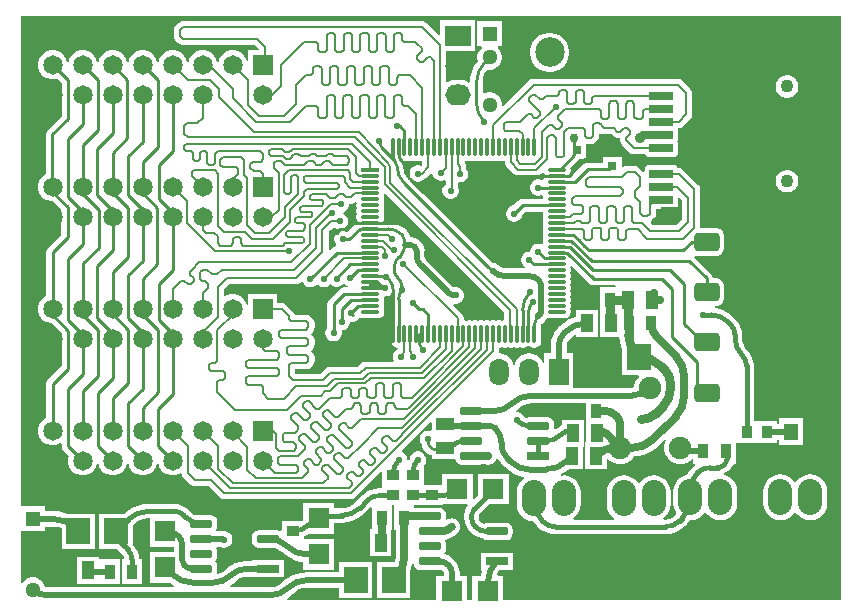
<source format=gtl>
G04*
G04 #@! TF.GenerationSoftware,Altium Limited,Altium Designer,21.0.8 (223)*
G04*
G04 Layer_Physical_Order=1*
G04 Layer_Color=255*
%FSTAX24Y24*%
%MOIN*%
G70*
G04*
G04 #@! TF.SameCoordinates,2867BDE3-1686-46F1-8F54-3A33D440E248*
G04*
G04*
G04 #@! TF.FilePolarity,Positive*
G04*
G01*
G75*
%ADD14C,0.0150*%
%ADD16C,0.0100*%
%ADD21R,0.0700X0.0700*%
%ADD22R,0.0354X0.0512*%
%ADD23R,0.0400X0.0591*%
%ADD24R,0.0787X0.0866*%
G04:AMPARAMS|DCode=25|XSize=63mil|YSize=86.2mil|CornerRadius=15.7mil|HoleSize=0mil|Usage=FLASHONLY|Rotation=90.000|XOffset=0mil|YOffset=0mil|HoleType=Round|Shape=RoundedRectangle|*
%AMROUNDEDRECTD25*
21,1,0.0630,0.0547,0,0,90.0*
21,1,0.0315,0.0862,0,0,90.0*
1,1,0.0315,0.0274,0.0157*
1,1,0.0315,0.0274,-0.0157*
1,1,0.0315,-0.0274,-0.0157*
1,1,0.0315,-0.0274,0.0157*
%
%ADD25ROUNDEDRECTD25*%
%ADD26R,0.0750X0.0250*%
G04:AMPARAMS|DCode=27|XSize=25mil|YSize=75mil|CornerRadius=6.3mil|HoleSize=0mil|Usage=FLASHONLY|Rotation=270.000|XOffset=0mil|YOffset=0mil|HoleType=Round|Shape=RoundedRectangle|*
%AMROUNDEDRECTD27*
21,1,0.0250,0.0625,0,0,270.0*
21,1,0.0125,0.0750,0,0,270.0*
1,1,0.0125,-0.0313,-0.0063*
1,1,0.0125,-0.0313,0.0063*
1,1,0.0125,0.0313,0.0063*
1,1,0.0125,0.0313,-0.0063*
%
%ADD27ROUNDEDRECTD27*%
%ADD28R,0.0591X0.0400*%
%ADD29R,0.0433X0.0350*%
%ADD30R,0.0700X0.0700*%
G04:AMPARAMS|DCode=31|XSize=11.8mil|YSize=59.1mil|CornerRadius=3mil|HoleSize=0mil|Usage=FLASHONLY|Rotation=0.000|XOffset=0mil|YOffset=0mil|HoleType=Round|Shape=RoundedRectangle|*
%AMROUNDEDRECTD31*
21,1,0.0118,0.0531,0,0,0.0*
21,1,0.0059,0.0591,0,0,0.0*
1,1,0.0059,0.0030,-0.0266*
1,1,0.0059,-0.0030,-0.0266*
1,1,0.0059,-0.0030,0.0266*
1,1,0.0059,0.0030,0.0266*
%
%ADD31ROUNDEDRECTD31*%
G04:AMPARAMS|DCode=32|XSize=11.8mil|YSize=59.1mil|CornerRadius=3mil|HoleSize=0mil|Usage=FLASHONLY|Rotation=90.000|XOffset=0mil|YOffset=0mil|HoleType=Round|Shape=RoundedRectangle|*
%AMROUNDEDRECTD32*
21,1,0.0118,0.0531,0,0,90.0*
21,1,0.0059,0.0591,0,0,90.0*
1,1,0.0059,0.0266,0.0030*
1,1,0.0059,0.0266,-0.0030*
1,1,0.0059,-0.0266,-0.0030*
1,1,0.0059,-0.0266,0.0030*
%
%ADD32ROUNDEDRECTD32*%
%ADD33R,0.0591X0.0118*%
G04:AMPARAMS|DCode=34|XSize=63mil|YSize=55.1mil|CornerRadius=2.8mil|HoleSize=0mil|Usage=FLASHONLY|Rotation=90.000|XOffset=0mil|YOffset=0mil|HoleType=Round|Shape=RoundedRectangle|*
%AMROUNDEDRECTD34*
21,1,0.0630,0.0496,0,0,90.0*
21,1,0.0575,0.0551,0,0,90.0*
1,1,0.0055,0.0248,0.0287*
1,1,0.0055,0.0248,-0.0287*
1,1,0.0055,-0.0248,-0.0287*
1,1,0.0055,-0.0248,0.0287*
%
%ADD34ROUNDEDRECTD34*%
G04:AMPARAMS|DCode=35|XSize=51.2mil|YSize=98.4mil|CornerRadius=2.6mil|HoleSize=0mil|Usage=FLASHONLY|Rotation=90.000|XOffset=0mil|YOffset=0mil|HoleType=Round|Shape=RoundedRectangle|*
%AMROUNDEDRECTD35*
21,1,0.0512,0.0933,0,0,90.0*
21,1,0.0461,0.0984,0,0,90.0*
1,1,0.0051,0.0467,0.0230*
1,1,0.0051,0.0467,-0.0230*
1,1,0.0051,-0.0467,-0.0230*
1,1,0.0051,-0.0467,0.0230*
%
%ADD35ROUNDEDRECTD35*%
G04:AMPARAMS|DCode=36|XSize=47.2mil|YSize=78.7mil|CornerRadius=2.4mil|HoleSize=0mil|Usage=FLASHONLY|Rotation=90.000|XOffset=0mil|YOffset=0mil|HoleType=Round|Shape=RoundedRectangle|*
%AMROUNDEDRECTD36*
21,1,0.0472,0.0740,0,0,90.0*
21,1,0.0425,0.0787,0,0,90.0*
1,1,0.0047,0.0370,0.0213*
1,1,0.0047,0.0370,-0.0213*
1,1,0.0047,-0.0370,-0.0213*
1,1,0.0047,-0.0370,0.0213*
%
%ADD36ROUNDEDRECTD36*%
G04:AMPARAMS|DCode=37|XSize=27.6mil|YSize=78.7mil|CornerRadius=1.4mil|HoleSize=0mil|Usage=FLASHONLY|Rotation=90.000|XOffset=0mil|YOffset=0mil|HoleType=Round|Shape=RoundedRectangle|*
%AMROUNDEDRECTD37*
21,1,0.0276,0.0760,0,0,90.0*
21,1,0.0248,0.0787,0,0,90.0*
1,1,0.0028,0.0380,0.0124*
1,1,0.0028,0.0380,-0.0124*
1,1,0.0028,-0.0380,-0.0124*
1,1,0.0028,-0.0380,0.0124*
%
%ADD37ROUNDEDRECTD37*%
G04:AMPARAMS|DCode=38|XSize=47.2mil|YSize=55.1mil|CornerRadius=2.4mil|HoleSize=0mil|Usage=FLASHONLY|Rotation=90.000|XOffset=0mil|YOffset=0mil|HoleType=Round|Shape=RoundedRectangle|*
%AMROUNDEDRECTD38*
21,1,0.0472,0.0504,0,0,90.0*
21,1,0.0425,0.0551,0,0,90.0*
1,1,0.0047,0.0252,0.0213*
1,1,0.0047,0.0252,-0.0213*
1,1,0.0047,-0.0252,-0.0213*
1,1,0.0047,-0.0252,0.0213*
%
%ADD38ROUNDEDRECTD38*%
%ADD39R,0.0472X0.0550*%
%ADD40R,0.0315X0.0315*%
%ADD41R,0.0350X0.0433*%
%ADD42R,0.0315X0.0315*%
%ADD84C,0.0080*%
%ADD85C,0.0200*%
%ADD86C,0.0090*%
%ADD87C,0.0100*%
%ADD88C,0.0250*%
%ADD89C,0.0300*%
%ADD90C,0.0650*%
%ADD91R,0.0650X0.0650*%
%ADD92C,0.0984*%
%ADD93O,0.0800X0.1200*%
%ADD94O,0.1800X0.1000*%
%ADD95C,0.0550*%
%ADD96C,0.0750*%
%ADD97R,0.0650X0.0900*%
%ADD98O,0.0650X0.0900*%
%ADD99O,0.0850X0.0700*%
%ADD100R,0.0850X0.0700*%
%ADD101C,0.0512*%
%ADD102R,0.0512X0.0512*%
%ADD103C,0.0230*%
%ADD104C,0.0433*%
%ADD105C,0.0300*%
%ADD106C,0.0350*%
G36*
X078139Y015564D02*
X06688D01*
Y01638D01*
X066716D01*
X0667Y016402D01*
X066691Y01643D01*
X066756Y016552D01*
X066767Y016565D01*
X067199D01*
Y017135D01*
X066129D01*
Y016565D01*
X066135D01*
X066164Y016515D01*
X066131Y01638D01*
X06586D01*
Y015564D01*
X06568D01*
Y01638D01*
X065432D01*
Y016479D01*
X065433D01*
X065421Y016596D01*
X065387Y01671D01*
X065331Y016814D01*
X065256Y016906D01*
X065256Y016906D01*
X065149Y016994D01*
X065027Y01706D01*
X064941Y017086D01*
X064934Y017095D01*
X064924Y017143D01*
X064962Y017201D01*
X064979Y017287D01*
Y017413D01*
X064962Y017499D01*
X064941Y017531D01*
X064953Y017557D01*
X06497Y017578D01*
X065114Y017622D01*
X065253Y017696D01*
X065374Y017796D01*
X065373Y017797D01*
X065419Y017856D01*
X065448Y017926D01*
X065457Y018D01*
X065448Y018074D01*
X065419Y018144D01*
X065373Y018203D01*
X065314Y018249D01*
X065244Y018278D01*
X06517Y018287D01*
X065096Y018278D01*
X065026Y018249D01*
X065022Y018246D01*
X064977Y018274D01*
X064979Y018288D01*
Y018412D01*
X064962Y018499D01*
X064913Y018573D01*
X064839Y018622D01*
X064752Y018639D01*
X064127D01*
X064118Y018637D01*
X063925D01*
Y018716D01*
X064257D01*
Y018739D01*
X064893D01*
Y01876D01*
X065686D01*
X065708Y018715D01*
X065659Y018652D01*
X065605Y018521D01*
X065586Y01838D01*
X065586D01*
Y018309D01*
X065589Y018295D01*
X0656Y018177D01*
X065639Y018051D01*
X065701Y017934D01*
X065777Y017842D01*
X065784Y017831D01*
X065793Y017825D01*
X065899Y017738D01*
X066029Y017669D01*
X066169Y017626D01*
X066198Y017623D01*
X066265Y017578D01*
X066352Y017561D01*
X066977D01*
X067064Y017578D01*
X067137Y017627D01*
X067186Y017701D01*
X067204Y017787D01*
Y017912D01*
X067186Y017999D01*
X067137Y018073D01*
X067064Y018122D01*
X066977Y018139D01*
X066352D01*
X066265Y018122D01*
X066234Y018101D01*
X066179Y018124D01*
X066126Y018164D01*
X066123Y018169D01*
X066116Y018174D01*
X066077Y018232D01*
X066064Y0183D01*
X066065Y018309D01*
Y01838D01*
X066065Y018382D01*
X066069Y018405D01*
X066082Y018424D01*
X066084Y018425D01*
X066419Y01876D01*
X067064D01*
Y01978D01*
X066044D01*
Y019063D01*
X06591Y018929D01*
X065864Y018948D01*
Y01978D01*
X064844D01*
Y019409D01*
X064257D01*
Y020056D01*
X064275Y020098D01*
X064296Y020134D01*
X064315Y020204D01*
Y020277D01*
X064296Y020347D01*
X06426Y020409D01*
X064209Y020461D01*
X064146Y020497D01*
X064076Y020516D01*
X064004D01*
X063934Y020497D01*
X063871Y020461D01*
X06382Y020409D01*
X063784Y020347D01*
X063765Y020277D01*
Y020274D01*
X063735Y020218D01*
X063685Y020231D01*
Y020277D01*
X063666Y020347D01*
X06363Y020409D01*
X063579Y020461D01*
X063521Y020494D01*
X063511Y020511D01*
X063502Y020545D01*
X06445Y021494D01*
X064496Y021475D01*
Y021239D01*
X064446Y0212D01*
X064415Y021209D01*
X064343D01*
X064273Y02119D01*
X06421Y021154D01*
X064159Y021102D01*
X064123Y02104D01*
X064104Y02097D01*
Y020897D01*
X064123Y020827D01*
X064159Y020765D01*
X064175Y020749D01*
X06418Y020709D01*
X064223Y020605D01*
X064288Y02052D01*
X064292Y020515D01*
X064302Y020507D01*
X064383Y020442D01*
X064485Y020387D01*
X064496Y020383D01*
Y020273D01*
X065293D01*
X065304Y020219D01*
X065353Y020146D01*
X065426Y020096D01*
X065513Y020079D01*
X066138D01*
X066148Y020081D01*
X066268D01*
X066301Y020081D01*
X06636Y020057D01*
Y020057D01*
X066402Y020075D01*
X066454Y020082D01*
X066524Y020111D01*
X066583Y020157D01*
X066629Y020216D01*
X066648Y020263D01*
X066704Y020266D01*
X066709Y020255D01*
X066815Y020126D01*
X066817Y020127D01*
X06692Y020024D01*
X066955Y019987D01*
X066955Y019987D01*
X067094Y019869D01*
X067249Y019773D01*
X067418Y019703D01*
X067571Y019667D01*
X067583Y019612D01*
X067501Y019549D01*
X067411Y019432D01*
X067354Y019296D01*
X067335Y01915D01*
Y01875D01*
X067354Y018604D01*
X067411Y018468D01*
X067501Y018351D01*
X067618Y018261D01*
X067754Y018204D01*
X067884Y018187D01*
X067896Y018168D01*
X068017Y018026D01*
X068021Y018021D01*
X068023Y018019D01*
X068155Y01791D01*
X068309Y017828D01*
X068475Y017778D01*
X068645Y017761D01*
X068649Y01776D01*
X072273D01*
Y01776D01*
X07246Y017779D01*
X072639Y017833D01*
X072804Y017922D01*
X072949Y018041D01*
X072949Y018041D01*
X072997Y018088D01*
X072997Y018088D01*
X072997Y018088D01*
X073Y018093D01*
X073108Y01822D01*
X07312Y018218D01*
X073266Y018238D01*
X073402Y018294D01*
X073519Y018384D01*
X07359Y018475D01*
X07365D01*
X073721Y018384D01*
X073838Y018294D01*
X073974Y018238D01*
X07412Y018218D01*
X074266Y018238D01*
X074402Y018294D01*
X074519Y018384D01*
X074609Y018501D01*
X074666Y018637D01*
X074685Y018783D01*
Y019183D01*
X074666Y019329D01*
X074609Y019466D01*
X074519Y019583D01*
X074402Y019672D01*
X074266Y019729D01*
X074242Y019732D01*
X074235Y019783D01*
X074319Y019818D01*
X07444Y01991D01*
X074439Y019911D01*
X07444Y019912D01*
X074523Y02002D01*
X074562Y020114D01*
X074641D01*
Y020741D01*
X07466Y020783D01*
X074691Y020783D01*
X076D01*
Y020898D01*
X07607D01*
Y020745D01*
X076863D01*
Y021615D01*
X07607D01*
Y021422D01*
X076D01*
Y021537D01*
X075235D01*
Y023379D01*
X075233Y023392D01*
X07522Y023516D01*
X07518Y023647D01*
X075116Y023769D01*
X075036Y023865D01*
X075029Y023876D01*
X075022Y023881D01*
X074951Y023967D01*
X074894Y024074D01*
X074858Y02419D01*
X074847Y024302D01*
X074849Y024311D01*
Y024398D01*
X074847Y024409D01*
X074834Y024539D01*
X074793Y024674D01*
X074727Y024798D01*
X074644Y024899D01*
X074638Y024908D01*
X074638Y024908D01*
X074638Y024908D01*
X074523Y025023D01*
X074524Y025023D01*
X074375Y025145D01*
X074206Y025235D01*
X074022Y025291D01*
X073936Y025299D01*
X073935Y025349D01*
X074017Y02536D01*
X074095Y025392D01*
X074161Y025443D01*
X074212Y025509D01*
X074244Y025586D01*
X074255Y025669D01*
Y025984D01*
X074244Y026067D01*
X074212Y026144D01*
X074161Y026211D01*
X074095Y026261D01*
X074017Y026293D01*
X073935Y026304D01*
X073872D01*
X073859Y026371D01*
X073812Y02644D01*
X073252Y027001D01*
X07328Y027043D01*
X073304Y027033D01*
X073387Y027022D01*
X073935D01*
X074017Y027033D01*
X074095Y027065D01*
X074161Y027116D01*
X074212Y027182D01*
X074244Y02726D01*
X074255Y027343D01*
Y027657D01*
X074244Y02774D01*
X074212Y027818D01*
X074161Y027884D01*
X074095Y027935D01*
X074017Y027967D01*
X073935Y027978D01*
X073446D01*
X073444Y02798D01*
Y02927D01*
X073428Y029348D01*
X073384Y029414D01*
X072886Y029912D01*
X07282Y029956D01*
X072742Y029972D01*
X072692D01*
X072661Y030017D01*
X072604Y030055D01*
X072536Y030069D01*
X071776D01*
X071708Y030055D01*
X071651Y030017D01*
X071612Y02996D01*
X071599Y029892D01*
Y02986D01*
X071549Y02984D01*
X071414Y029974D01*
X071348Y030018D01*
X07127Y030034D01*
X07102D01*
X070942Y030018D01*
X070887Y029982D01*
X070847Y029996D01*
X070837Y030004D01*
Y030342D01*
X070203D01*
Y030144D01*
X06971D01*
X069628Y030128D01*
X069559Y030081D01*
X0692Y029723D01*
X069124D01*
X069097Y029773D01*
X069115Y029799D01*
X069129Y029873D01*
Y029932D01*
X069125Y029952D01*
X069411Y030239D01*
X069422Y030254D01*
X069652D01*
Y030748D01*
X069672Y030764D01*
X069812D01*
X06989Y03078D01*
X069956Y030824D01*
X070026Y030894D01*
X07007Y03096D01*
X070086Y031038D01*
Y031085D01*
X070136Y031112D01*
X070154Y0311D01*
X070232Y031084D01*
X070498D01*
X070547Y031034D01*
X070614Y03099D01*
X070692Y030974D01*
X070692Y030974D01*
X070785Y030974D01*
X070785Y030881D01*
X0708Y030803D01*
X070844Y030737D01*
X071092Y03049D01*
X071158Y030445D01*
X071236Y03043D01*
X07162D01*
X071651Y030385D01*
X071708Y030346D01*
X071776Y030333D01*
X072536D01*
X072604Y030346D01*
X072661Y030385D01*
X0727Y030442D01*
X072713Y03051D01*
Y030758D01*
X0727Y030826D01*
X072683Y03085D01*
X0727Y030875D01*
X072713Y030943D01*
Y031191D01*
X072702Y031246D01*
X072723Y031285D01*
X072734Y031297D01*
X072807Y031312D01*
X072873Y031356D01*
X073124Y031607D01*
X073168Y031673D01*
X073184Y031751D01*
Y03246D01*
X073168Y032538D01*
X073124Y032604D01*
X072844Y032884D01*
X072778Y032928D01*
X0727Y032944D01*
X0679D01*
X067822Y032928D01*
X067756Y032884D01*
X066896Y032024D01*
X066846Y032045D01*
Y032134D01*
X066818Y032239D01*
X066763Y032334D01*
X066685Y032412D01*
X066591Y032466D01*
X066485Y032495D01*
X066375D01*
X066269Y032466D01*
X066245Y032452D01*
X066202Y032477D01*
Y032797D01*
X0662Y032807D01*
X066214Y032951D01*
X066259Y033099D01*
X066332Y033236D01*
X066341Y033247D01*
X066375Y033238D01*
X066485D01*
X066591Y033266D01*
X066685Y033321D01*
X066763Y033398D01*
X066818Y033493D01*
X066846Y033599D01*
Y033708D01*
X066818Y033814D01*
X066763Y033909D01*
X066697Y033975D01*
X066713Y034025D01*
X066846D01*
Y034857D01*
X066014D01*
Y034025D01*
X066147D01*
X066163Y033975D01*
X066097Y033909D01*
X066042Y033814D01*
X066014Y033708D01*
Y033599D01*
X06603Y033539D01*
X066006Y033511D01*
X065906Y033348D01*
X065833Y033172D01*
X065789Y032987D01*
X065777Y032836D01*
X065725Y032813D01*
X065702Y03283D01*
X065578Y032882D01*
X065445Y032899D01*
X065295D01*
X065162Y032882D01*
X065038Y03283D01*
X065021Y032818D01*
X064977Y03284D01*
Y033865D01*
X065955D01*
Y034885D01*
X064785D01*
Y034419D01*
X064739Y0344D01*
X064324Y034814D01*
X064258Y034858D01*
X06418Y034874D01*
X05622D01*
X05622Y034874D01*
X056142Y034858D01*
X056076Y034814D01*
X055956Y034694D01*
X055912Y034628D01*
X055896Y03455D01*
Y03437D01*
X055912Y034292D01*
X055956Y034226D01*
X056056Y034126D01*
X056122Y034082D01*
X0562Y034066D01*
X058596D01*
X058727Y033935D01*
X058706Y033885D01*
X058385D01*
Y033545D01*
X058335Y033538D01*
X058322Y033587D01*
X058258Y033698D01*
X058168Y033788D01*
X058057Y033852D01*
X057934Y033885D01*
X057806D01*
X057683Y033852D01*
X057572Y033788D01*
X057482Y033698D01*
X057418Y033587D01*
X057396Y033504D01*
X057344D01*
X057322Y033587D01*
X057258Y033698D01*
X057168Y033788D01*
X057057Y033852D01*
X056934Y033885D01*
X056806D01*
X056683Y033852D01*
X056572Y033788D01*
X056482Y033698D01*
X056418Y033587D01*
X056396Y033504D01*
X056344D01*
X056322Y033587D01*
X056258Y033698D01*
X056168Y033788D01*
X056057Y033852D01*
X055934Y033885D01*
X055806D01*
X055683Y033852D01*
X055572Y033788D01*
X055482Y033698D01*
X055418Y033587D01*
X055396Y033504D01*
X055344D01*
X055322Y033587D01*
X055258Y033698D01*
X055168Y033788D01*
X055057Y033852D01*
X054934Y033885D01*
X054806D01*
X054683Y033852D01*
X054572Y033788D01*
X054482Y033698D01*
X054418Y033587D01*
X054396Y033504D01*
X054344D01*
X054322Y033587D01*
X054258Y033698D01*
X054168Y033788D01*
X054057Y033852D01*
X053934Y033885D01*
X053806D01*
X053683Y033852D01*
X053572Y033788D01*
X053482Y033698D01*
X053418Y033587D01*
X053396Y033504D01*
X053344D01*
X053322Y033587D01*
X053258Y033698D01*
X053168Y033788D01*
X053057Y033852D01*
X052934Y033885D01*
X052806D01*
X052683Y033852D01*
X052572Y033788D01*
X052482Y033698D01*
X052418Y033587D01*
X052396Y033504D01*
X052344D01*
X052322Y033587D01*
X052258Y033698D01*
X052168Y033788D01*
X052057Y033852D01*
X051934Y033885D01*
X051806D01*
X051683Y033852D01*
X051572Y033788D01*
X051482Y033698D01*
X051418Y033587D01*
X051385Y033464D01*
Y033336D01*
X051418Y033213D01*
X051482Y033102D01*
X051572Y033012D01*
X051683Y032948D01*
X051806Y032915D01*
X051934D01*
X052027Y03294D01*
X052166Y032801D01*
Y031699D01*
X051709Y031241D01*
X051662Y031172D01*
X051646Y03109D01*
Y029764D01*
X051572Y029721D01*
X051482Y029631D01*
X051418Y029521D01*
X051385Y029397D01*
Y029269D01*
X051418Y029146D01*
X051482Y029036D01*
X051572Y028945D01*
X051683Y028881D01*
X051806Y028848D01*
X051889D01*
X052156Y028581D01*
Y027739D01*
X051719Y027301D01*
X051672Y027232D01*
X051656Y02715D01*
Y025703D01*
X051572Y025655D01*
X051482Y025564D01*
X051418Y025454D01*
X051385Y025331D01*
Y025203D01*
X051418Y025079D01*
X051482Y024969D01*
X051572Y024879D01*
X051683Y024815D01*
X051806Y024782D01*
X051836D01*
X052166Y024451D01*
Y023369D01*
X051719Y022921D01*
X051672Y022852D01*
X051656Y02277D01*
Y021636D01*
X051572Y021588D01*
X051482Y021498D01*
X051418Y021387D01*
X051385Y021264D01*
Y021136D01*
X051418Y021013D01*
X051482Y020902D01*
X051572Y020812D01*
X051683Y020748D01*
X051806Y020715D01*
X051934D01*
X052057Y020748D01*
X052123Y020786D01*
X052166Y020761D01*
Y02069D01*
X052182Y020608D01*
X052229Y020539D01*
X05241Y020357D01*
X052385Y020264D01*
Y020136D01*
X052418Y020013D01*
X052482Y019902D01*
X052572Y019812D01*
X052683Y019748D01*
X052806Y019715D01*
X052934D01*
X053057Y019748D01*
X053168Y019812D01*
X053258Y019902D01*
X053322Y020013D01*
X053344Y020096D01*
X053396D01*
X053418Y020013D01*
X053482Y019902D01*
X053572Y019812D01*
X053683Y019748D01*
X053806Y019715D01*
X053934D01*
X054057Y019748D01*
X054168Y019812D01*
X054258Y019902D01*
X054322Y020013D01*
X054344Y020096D01*
X054396D01*
X054418Y020013D01*
X054482Y019902D01*
X054572Y019812D01*
X054683Y019748D01*
X054806Y019715D01*
X054934D01*
X055057Y019748D01*
X055168Y019812D01*
X055258Y019902D01*
X055322Y020013D01*
X055344Y020096D01*
X055396D01*
X055418Y020013D01*
X055482Y019902D01*
X055572Y019812D01*
X055683Y019748D01*
X055806Y019715D01*
X055934D01*
X056057Y019748D01*
X056127Y019788D01*
X056131Y019788D01*
X056182Y019762D01*
X056192Y019712D01*
X056236Y019646D01*
X056471Y019411D01*
X056537Y019367D01*
X056615Y019351D01*
X057071D01*
X057436Y018986D01*
X057502Y018942D01*
X05758Y018926D01*
X061798D01*
X061876Y018942D01*
X061942Y018986D01*
X062791Y019835D01*
X062837Y019815D01*
Y019291D01*
X062749D01*
X062741Y019289D01*
X062595Y019275D01*
X062447Y01923D01*
X06231Y019157D01*
X062197Y019064D01*
X06219Y01906D01*
X06219Y01906D01*
X06219Y01906D01*
X06193Y0188D01*
X061925Y018792D01*
X061839Y018721D01*
X061732Y018664D01*
X061616Y018629D01*
X061505Y018618D01*
X061496Y01862D01*
X061239D01*
Y018794D01*
X060219D01*
Y018221D01*
X06018Y01819D01*
X059503D01*
Y017886D01*
X059459Y017862D01*
X059445Y017872D01*
X059358Y017889D01*
X058733D01*
X058646Y017872D01*
X058573Y017823D01*
X058523Y017749D01*
X058506Y017663D01*
Y017537D01*
X058523Y017451D01*
X058573Y017377D01*
X058646Y017328D01*
X058733Y017311D01*
X059264D01*
X059378Y017264D01*
X059457Y017203D01*
X059494Y017171D01*
X059494Y017171D01*
X059636Y017049D01*
X059796Y016951D01*
X05997Y016879D01*
X060152Y016835D01*
X060219Y01683D01*
Y016574D01*
X061239D01*
Y017594D01*
X060257D01*
Y01769D01*
X060262Y017692D01*
X060416Y017774D01*
X061239D01*
Y018141D01*
X061496D01*
X061506Y018143D01*
X061667Y018155D01*
X061833Y018195D01*
X061992Y018261D01*
X062138Y01835D01*
X06226Y018455D01*
X062269Y018461D01*
X062456Y018648D01*
X062502Y018629D01*
Y017925D01*
X062437D01*
Y017015D01*
X063157D01*
Y017893D01*
X063177D01*
Y018716D01*
X06325D01*
Y017893D01*
X0633D01*
Y017002D01*
X063301Y016998D01*
X063287Y016863D01*
X063275Y016823D01*
X062676D01*
Y015637D01*
X063784D01*
Y016532D01*
X063813Y016604D01*
X063853Y016769D01*
X063904Y016768D01*
X063918Y016701D01*
X063967Y016627D01*
X064041Y016578D01*
X064127Y016561D01*
X064752D01*
X064824Y016575D01*
X064826Y016575D01*
X064845Y016562D01*
X064884Y016534D01*
X064901Y016508D01*
X064907Y016479D01*
X064908D01*
Y01638D01*
X06466D01*
Y015564D01*
X059681D01*
X059669Y015613D01*
X059713Y015636D01*
X059867Y015763D01*
X059867Y015763D01*
X059903Y015796D01*
X05997Y015851D01*
X06009Y015915D01*
X060221Y015955D01*
X060353Y015968D01*
X060356Y015968D01*
X061416D01*
Y015637D01*
X062524D01*
Y016823D01*
X061416D01*
Y016492D01*
X060356D01*
Y016494D01*
X060165Y016479D01*
X059979Y016434D01*
X059802Y016361D01*
X059639Y016261D01*
X059493Y016137D01*
X059493Y016137D01*
X059457Y016105D01*
X059394Y016056D01*
X059276Y016008D01*
X059154Y015992D01*
X059149Y015992D01*
X057802D01*
X057788Y016042D01*
X057882Y0161D01*
X058021Y016219D01*
X058021Y016219D01*
X058058Y01625D01*
X058104Y016284D01*
X058201Y016325D01*
X058303Y016338D01*
X058305Y016338D01*
X058511D01*
Y016315D01*
X059581D01*
Y016885D01*
X058511D01*
Y016862D01*
X058305D01*
Y016864D01*
X058124Y016847D01*
X05795Y016794D01*
X057789Y016708D01*
X057648Y016592D01*
X057648Y016592D01*
X057612Y016559D01*
X057553Y016511D01*
X057443Y016452D01*
X057389Y016436D01*
X057348Y016476D01*
X05736Y016537D01*
Y016662D01*
X057343Y016749D01*
X057297Y016819D01*
X057291Y016835D01*
Y016865D01*
X057297Y016881D01*
X057343Y016951D01*
X05736Y017038D01*
Y017162D01*
X057343Y017249D01*
X057318Y017288D01*
X057344Y017338D01*
X05745D01*
X057474Y017324D01*
X057544Y017305D01*
X057616D01*
X057686Y017324D01*
X057749Y01736D01*
X0578Y017411D01*
X057836Y017474D01*
X057855Y017544D01*
Y017616D01*
X057836Y017686D01*
X0578Y017749D01*
X057749Y0178D01*
X057686Y017836D01*
X057616Y017855D01*
X057591D01*
X057532Y017863D01*
Y017862D01*
X057344D01*
X057318Y017912D01*
X057343Y017951D01*
X05736Y018038D01*
Y018162D01*
X057343Y018249D01*
X057294Y018323D01*
X05722Y018372D01*
X057134Y018389D01*
X056611D01*
X056591Y018398D01*
X056504Y018464D01*
X056498Y018473D01*
X056422Y01855D01*
X056413Y018556D01*
X05631Y01864D01*
X056184Y018707D01*
X056047Y018749D01*
X055915Y018762D01*
X055904Y018764D01*
X055069D01*
X055062Y018763D01*
X054875Y018748D01*
X054686Y018703D01*
X054506Y018628D01*
X054341Y018527D01*
X054243Y018443D01*
X053426D01*
Y017257D01*
X054016D01*
X054192Y017081D01*
X054197Y017077D01*
X054239Y017023D01*
X054258Y016976D01*
X054231Y016926D01*
X054177D01*
Y016094D01*
X054851D01*
Y016926D01*
X054748D01*
X054738Y01703D01*
X054695Y017173D01*
X054625Y017304D01*
X054536Y017411D01*
X054534Y017416D01*
Y018066D01*
X054537Y018072D01*
X054644Y01816D01*
X054776Y01823D01*
X05492Y018274D01*
X055058Y018287D01*
X055069Y018285D01*
X05511D01*
Y01734D01*
X055908D01*
Y01716D01*
X05511D01*
Y01614D01*
X055775D01*
X0558Y016119D01*
X055925Y016042D01*
X055911Y015992D01*
X051623D01*
X051623Y015992D01*
X051607Y015994D01*
X051588Y016066D01*
X051533Y016161D01*
X051455Y016238D01*
X051361Y016293D01*
X051255Y016321D01*
X051145D01*
X051039Y016293D01*
X050945Y016238D01*
X050867Y016161D01*
X050844Y016121D01*
X050794Y016134D01*
Y017851D01*
X051616D01*
Y018005D01*
X051888D01*
X051892Y018006D01*
X052033Y017992D01*
X052166Y017951D01*
Y017257D01*
X053274D01*
Y018443D01*
X052343D01*
X052279Y018469D01*
X052086Y018516D01*
X051888Y018531D01*
Y01853D01*
X051616D01*
Y018683D01*
X050794D01*
X050794Y034985D01*
X050798Y035003D01*
X050825Y035035D01*
X078139D01*
Y015564D01*
D02*
G37*
G36*
X066712Y030191D02*
X066771D01*
X06684Y030205D01*
X066908Y030191D01*
X066931D01*
Y030168D01*
X066946Y03009D01*
X066991Y030023D01*
X067246Y029768D01*
X067312Y029724D01*
X06739Y029708D01*
X067989D01*
X068067Y029724D01*
X068133Y029768D01*
X068178Y029813D01*
X068211Y029803D01*
X068229Y029794D01*
X068268Y029736D01*
X068276Y02973D01*
Y02968D01*
X068268Y029675D01*
X068226Y029612D01*
X068221Y029587D01*
X068165Y029561D01*
X068156Y029566D01*
X068086Y029585D01*
X068014D01*
X067944Y029566D01*
X067881Y02953D01*
X06783Y029479D01*
X067794Y029416D01*
X067775Y029346D01*
Y029274D01*
X067794Y029204D01*
X06783Y029141D01*
X067881Y02909D01*
X067944Y029054D01*
X068014Y029035D01*
X068086D01*
X068156Y029054D01*
X068165Y029059D01*
X068222Y029034D01*
X068225Y029016D01*
X068211Y028947D01*
Y028935D01*
X067531D01*
X067449Y028919D01*
X06738Y028872D01*
X067222Y028715D01*
X067214D01*
X067144Y028696D01*
X067081Y02866D01*
X06703Y028609D01*
X066994Y028546D01*
X066975Y028476D01*
Y028404D01*
X066994Y028334D01*
X06703Y028271D01*
X067081Y02822D01*
X067144Y028184D01*
X067214Y028165D01*
X067286D01*
X067356Y028184D01*
X067419Y02822D01*
X06747Y028271D01*
X067506Y028334D01*
X067525Y028404D01*
Y028412D01*
X06762Y028507D01*
X068211D01*
Y028495D01*
X068225Y028426D01*
X068211Y028357D01*
Y028298D01*
X068225Y028229D01*
X068211Y02816D01*
Y028101D01*
X068225Y028032D01*
X068211Y027963D01*
Y027904D01*
X068225Y027835D01*
X068211Y027766D01*
Y027707D01*
X068225Y027638D01*
X068211Y02757D01*
Y02751D01*
X068223Y027451D01*
X068203Y02743D01*
X068179Y027419D01*
X068166Y027426D01*
X068096Y027445D01*
X068024D01*
X067954Y027426D01*
X067891Y02739D01*
X06784Y027339D01*
X067804Y027276D01*
X067785Y027206D01*
Y027171D01*
X067724D01*
X067654Y027153D01*
X067591Y027116D01*
X06754Y027065D01*
X067504Y027002D01*
X067485Y026932D01*
Y02686D01*
X067504Y02679D01*
X06754Y026727D01*
X067591Y026676D01*
X0676Y026671D01*
X067587Y026621D01*
X066948D01*
Y026621D01*
X066868Y026632D01*
X066794Y026663D01*
X066775Y026677D01*
X066764Y026695D01*
X066713Y026746D01*
X06665Y026782D01*
X06658Y026801D01*
X066537D01*
X06372Y029618D01*
X063711Y029624D01*
X06363Y02973D01*
X063574Y029864D01*
X063557Y029996D01*
X063559Y030007D01*
Y030013D01*
X063559Y030015D01*
X063544Y030132D01*
X063535Y030152D01*
X063573Y030191D01*
X063621D01*
X06369Y030205D01*
X063759Y030191D01*
X063818D01*
X063887Y030205D01*
X063956Y030191D01*
X064015D01*
X064084Y030205D01*
X064153Y030191D01*
X064175D01*
Y030073D01*
X06414Y030038D01*
X064076Y030055D01*
X064004D01*
X063934Y030036D01*
X063871Y03D01*
X06382Y029949D01*
X063784Y029886D01*
X063765Y029816D01*
Y029744D01*
X063784Y029674D01*
X06382Y029611D01*
X063871Y02956D01*
X063934Y029524D01*
X064004Y029505D01*
X064076D01*
X064146Y029524D01*
X064209Y02956D01*
X064239Y02959D01*
X064248Y029592D01*
X064314Y029636D01*
X064475Y029797D01*
X064525Y029776D01*
Y029774D01*
X064544Y029704D01*
X06458Y029641D01*
X064631Y02959D01*
X064694Y029554D01*
X064764Y029535D01*
X064836D01*
X064906Y029554D01*
X064919Y029561D01*
X064962Y029536D01*
Y029431D01*
X064961Y02943D01*
X06491Y029379D01*
X064874Y029316D01*
X064855Y029246D01*
Y029174D01*
X064874Y029104D01*
X06491Y029041D01*
X064961Y02899D01*
X065024Y028954D01*
X065094Y028935D01*
X065166D01*
X065236Y028954D01*
X065299Y02899D01*
X06535Y029041D01*
X065386Y029104D01*
X065405Y029174D01*
Y029246D01*
X065386Y029316D01*
X06537Y029344D01*
Y029459D01*
X065404Y029485D01*
X065476D01*
X065546Y029504D01*
X065609Y02954D01*
X06566Y029591D01*
X065696Y029654D01*
X065715Y029724D01*
Y029796D01*
X065696Y029866D01*
X06566Y029929D01*
X065644Y029945D01*
Y030013D01*
X065628Y030091D01*
X065594Y030143D01*
X065594Y030144D01*
X065607Y030186D01*
X065616Y030196D01*
X065658Y030205D01*
X065727Y030191D01*
X065786D01*
X065855Y030205D01*
X065924Y030191D01*
X065983D01*
X066052Y030205D01*
X066121Y030191D01*
X06618D01*
X066249Y030205D01*
X066318Y030191D01*
X066377D01*
X066446Y030205D01*
X066515Y030191D01*
X066574D01*
X066643Y030205D01*
X066712Y030191D01*
D02*
G37*
G36*
X072836Y028891D02*
Y028244D01*
X072656Y028064D01*
X071874D01*
X071801Y028137D01*
X071806Y028187D01*
X071834Y028206D01*
X071924Y028296D01*
X071968Y028362D01*
X071984Y02844D01*
Y0286D01*
X072536D01*
X072604Y028614D01*
X072661Y028652D01*
X0727Y02871D01*
X072713Y028778D01*
Y028949D01*
X072759Y028968D01*
X072836Y028891D01*
D02*
G37*
G36*
X061981Y028825D02*
X062002Y028808D01*
X061991Y028751D01*
Y028692D01*
X062004Y028623D01*
X061991Y028554D01*
Y028495D01*
X062004Y028426D01*
X061991Y028357D01*
Y028298D01*
X062005Y028224D01*
X062031Y028186D01*
X062015Y028132D01*
X062013Y02813D01*
X061945Y028085D01*
X061681Y027821D01*
X061636Y027846D01*
X061566Y027865D01*
X061494D01*
X061424Y027846D01*
X061361Y02781D01*
X06131Y027759D01*
X061274Y027696D01*
X061255Y027626D01*
Y027554D01*
X061274Y027484D01*
X06131Y027421D01*
X061322Y027409D01*
X061306Y027354D01*
X061254Y027344D01*
X061185Y027298D01*
X06111Y027223D01*
X061064Y027242D01*
Y027816D01*
X061234Y027986D01*
X061255D01*
X061271Y02797D01*
X061334Y027934D01*
X061404Y027915D01*
X061476D01*
X061546Y027934D01*
X061609Y02797D01*
X06166Y028021D01*
X061696Y028084D01*
X061715Y028154D01*
Y028226D01*
X061696Y028296D01*
X06166Y028359D01*
X061609Y02841D01*
X06156Y028438D01*
X061563Y028488D01*
X061564Y028491D01*
X061574Y028494D01*
X061637Y02853D01*
X061688Y028581D01*
X061725Y028644D01*
X061743Y028714D01*
Y028779D01*
X061819D01*
X061897Y028795D01*
X061951Y028831D01*
X061981Y028825D01*
D02*
G37*
G36*
X062633Y026205D02*
X062699Y026178D01*
X062758Y026138D01*
X062783Y026113D01*
X062783D01*
X062976Y02592D01*
X062973Y025917D01*
X062965Y025912D01*
X062956Y025908D01*
X062947Y025907D01*
X062572D01*
X06253Y025915D01*
X062491Y025931D01*
X062455Y025955D01*
X06244Y02597D01*
X062528Y026219D01*
X062563D01*
X062633Y026205D01*
D02*
G37*
G36*
X066913Y025162D02*
Y024889D01*
X066908D01*
X06684Y024875D01*
X066771Y024889D01*
X066712D01*
X066643Y024875D01*
X066574Y024889D01*
X066515D01*
X066446Y024875D01*
X066377Y024889D01*
X066318D01*
X066249Y024875D01*
X06618Y024889D01*
X066121D01*
X066052Y024875D01*
X065983Y024889D01*
X065924D01*
X065855Y024875D01*
X065786Y024889D01*
X065727D01*
X065658Y024875D01*
X06559Y024889D01*
X065567D01*
Y024967D01*
X065552Y025045D01*
X065507Y025111D01*
X065218Y0254D01*
X065244Y025445D01*
X065257Y025441D01*
X06533D01*
X0654Y02546D01*
X065463Y025496D01*
X065514Y025547D01*
X06555Y02561D01*
X065569Y02568D01*
Y025753D01*
X06555Y025823D01*
X065514Y025885D01*
X065463Y025936D01*
X0654Y025973D01*
X06533Y025991D01*
X065257D01*
X065252Y02599D01*
X065224Y026008D01*
X065188Y026043D01*
X064317Y026914D01*
X064315Y026916D01*
X064274Y026977D01*
X064259Y027049D01*
X06426Y027053D01*
Y027193D01*
X064262D01*
X064245Y027316D01*
X064198Y027431D01*
X064122Y02753D01*
X064122Y02753D01*
X064034Y027597D01*
X063932Y027639D01*
X063822Y027654D01*
X063785Y027684D01*
X063746Y027777D01*
X063676Y027868D01*
X063674Y027871D01*
X06363Y027916D01*
X063627Y027918D01*
X06351Y028014D01*
X063373Y028087D01*
X063224Y028132D01*
X063073Y028147D01*
X06307Y028148D01*
X062903D01*
X062877Y028198D01*
X062894Y028224D01*
X062909Y028298D01*
Y028357D01*
X062895Y028426D01*
X062909Y028495D01*
Y028554D01*
X062895Y028623D01*
X062909Y028692D01*
Y028751D01*
X062895Y02882D01*
X062909Y028888D01*
Y028947D01*
X062895Y029016D01*
X062909Y029085D01*
Y029096D01*
X062959Y029117D01*
X066913Y025162D01*
D02*
G37*
G36*
X069751Y026119D02*
X069821Y026072D01*
X069903Y026056D01*
X070621D01*
X070658Y026012D01*
X070649Y025987D01*
X070107D01*
Y025156D01*
X07011D01*
Y024335D01*
X070757D01*
X070768Y024193D01*
X070816Y023992D01*
X070846Y02392D01*
Y023057D01*
X071387D01*
X071406Y023011D01*
X071361Y022965D01*
X07129Y022843D01*
X071254Y022707D01*
Y02265D01*
X07117Y022642D01*
X07117Y022642D01*
X069226D01*
Y02379D01*
X069003D01*
Y024052D01*
X069003D01*
X069014Y024134D01*
X069046Y024209D01*
X069095Y024274D01*
X069095Y024275D01*
X069133Y024312D01*
X069133Y024312D01*
X06917Y024343D01*
X069244Y024404D01*
X069267Y024416D01*
X06931Y024391D01*
Y024335D01*
X07003D01*
Y025245D01*
X06931D01*
Y025003D01*
X069264Y024992D01*
X06908Y024916D01*
X068911Y024813D01*
X068761Y024684D01*
X068761Y024684D01*
X068759Y024682D01*
X068723Y024647D01*
X068723Y024647D01*
X068619Y024519D01*
X068541Y024374D01*
X068493Y024216D01*
X068477Y024052D01*
X068479D01*
Y02379D01*
X068256D01*
Y02346D01*
X068206Y02345D01*
X068165Y02355D01*
X068087Y023651D01*
X067986Y023729D01*
X067868Y023778D01*
X067741Y023794D01*
X067614Y023778D01*
X067497Y023729D01*
X067395Y023651D01*
X067317Y02355D01*
X067269Y023432D01*
X067266Y023414D01*
X067216D01*
X067214Y023432D01*
X067165Y02355D01*
X067087Y023651D01*
X066986Y023729D01*
X066868Y023778D01*
X066782Y023789D01*
X066741Y023842D01*
X066748Y023876D01*
Y023971D01*
X066771D01*
X06684Y023984D01*
X066908Y023971D01*
X066967D01*
X067036Y023984D01*
X067105Y023971D01*
X067164D01*
X067233Y023984D01*
X067302Y023971D01*
X067361D01*
X06743Y023984D01*
X067499Y023971D01*
X067558D01*
X067632Y023985D01*
X067695Y024027D01*
X0677Y024036D01*
X06775D01*
X067756Y024027D01*
X067819Y023985D01*
X067893Y023971D01*
X067952D01*
X068026Y023985D01*
X068088Y024027D01*
X06813Y02409D01*
X068145Y024164D01*
Y024696D01*
X06814Y024723D01*
X068144Y024755D01*
X068146Y024759D01*
X068166Y024765D01*
X068229Y024801D01*
X06828Y024852D01*
X068316Y024915D01*
X068319Y024924D01*
X06832Y024926D01*
X068342Y024967D01*
X068404Y024955D01*
X068936D01*
X06901Y02497D01*
X069073Y025012D01*
X069115Y025074D01*
X069129Y025148D01*
Y025207D01*
X069116Y025276D01*
X069129Y025345D01*
Y025404D01*
X069116Y025473D01*
X069129Y025542D01*
Y025601D01*
X069116Y02567D01*
X069129Y025739D01*
Y025798D01*
X069116Y025867D01*
X069129Y025936D01*
Y025995D01*
X069116Y026064D01*
X069129Y026133D01*
Y026192D01*
X069116Y02626D01*
X069129Y026329D01*
Y026388D01*
X069116Y026457D01*
X069129Y026526D01*
Y026585D01*
X069116Y026654D01*
X06912Y026679D01*
X069175Y026695D01*
X069751Y026119D01*
D02*
G37*
G36*
X060156Y026164D02*
X060197Y026148D01*
X06023Y026091D01*
X060281Y02604D01*
X060344Y026004D01*
X060414Y025985D01*
X060486D01*
X060556Y026004D01*
X060619Y02604D01*
X06067Y026091D01*
X060714Y026067D01*
X060731Y02605D01*
X060794Y026014D01*
X060864Y025995D01*
X060936D01*
X061006Y026014D01*
X061069Y02605D01*
X06112Y026101D01*
X061161Y02606D01*
X061224Y026024D01*
X061294Y026005D01*
X061366D01*
X061436Y026024D01*
X061499Y02606D01*
X06155Y026111D01*
X061576Y026115D01*
X061611Y02608D01*
X061674Y026044D01*
X061716Y026032D01*
X061709Y025982D01*
X061578D01*
X061496Y025966D01*
X061427Y02592D01*
X061079Y025571D01*
X061032Y025502D01*
X061016Y02542D01*
Y024635D01*
X06101Y024629D01*
X060974Y024566D01*
X060955Y024496D01*
Y024424D01*
X060974Y024354D01*
X06101Y024291D01*
X061061Y02424D01*
X061124Y024204D01*
X061194Y024185D01*
X061266D01*
X061336Y024204D01*
X061399Y02424D01*
X06145Y024291D01*
X061486Y024354D01*
X061505Y024424D01*
Y024496D01*
X0615Y024515D01*
X061525Y024548D01*
X061541Y024556D01*
X061606Y024574D01*
X061669Y02461D01*
X06172Y024661D01*
X061756Y024724D01*
X061775Y024794D01*
Y024835D01*
X061781Y02484D01*
X061854D01*
X06186Y024842D01*
X06189Y024836D01*
X061972Y024852D01*
X062041Y024899D01*
X062088Y024968D01*
X062138Y024964D01*
X062184Y024955D01*
X062716D01*
X062789Y02497D01*
X062852Y025012D01*
X062894Y025074D01*
X062909Y025148D01*
Y025207D01*
X062895Y025276D01*
X062909Y025345D01*
Y025404D01*
X062895Y025473D01*
X062909Y025542D01*
Y025601D01*
X062899Y025649D01*
X062907Y025665D01*
X062934Y025695D01*
X062995D01*
X063065Y025713D01*
X063127Y025749D01*
X063159Y025781D01*
X063204Y025755D01*
X063194Y025723D01*
X063183Y025608D01*
X063181Y025598D01*
Y024739D01*
X063172Y024696D01*
Y024164D01*
X063187Y02409D01*
X063228Y024027D01*
X063291Y023985D01*
X063358Y023972D01*
X063365Y023952D01*
X063365Y023921D01*
X063311Y02389D01*
X06326Y023839D01*
X063224Y023776D01*
X063205Y023706D01*
Y023634D01*
X063224Y023564D01*
X063228Y023557D01*
X063203Y023514D01*
X062304D01*
X062226Y023498D01*
X06216Y023454D01*
X06216Y023454D01*
X062039Y023334D01*
X0611D01*
X061022Y023318D01*
X060956Y023274D01*
X060786Y023104D01*
X059964D01*
X059944Y023124D01*
Y023256D01*
X060323D01*
X060401Y023272D01*
X060467Y023316D01*
X060537Y023386D01*
X060581Y023452D01*
X060597Y02353D01*
Y02367D01*
X060581Y023748D01*
X060537Y023814D01*
X060471Y02388D01*
X060537Y023946D01*
X060581Y024012D01*
X060597Y02409D01*
Y02423D01*
X060581Y024308D01*
X060537Y024374D01*
X060471Y02444D01*
X060537Y024506D01*
X060581Y024572D01*
X060597Y02465D01*
Y02479D01*
X060581Y024868D01*
X060537Y024934D01*
X060467Y025004D01*
X060401Y025048D01*
X060323Y025064D01*
X059937D01*
X059928Y025105D01*
X059884Y025171D01*
X059644Y025411D01*
X059578Y025455D01*
X0595Y025471D01*
X059355D01*
Y025752D01*
X058385D01*
Y025412D01*
X058335Y025405D01*
X058322Y025454D01*
X058258Y025564D01*
X058168Y025655D01*
X058057Y025719D01*
X057934Y025752D01*
X057806D01*
X057683Y025719D01*
X057617Y025681D01*
X057574Y025706D01*
Y025906D01*
X057754Y026086D01*
X05998D01*
X060058Y026102D01*
X060124Y026146D01*
X060145Y026167D01*
X060156Y026164D01*
D02*
G37*
G36*
X067848Y022118D02*
X069639D01*
Y021453D01*
X069642D01*
Y020833D01*
X069621D01*
Y019922D01*
X070341D01*
Y020257D01*
X070391Y020278D01*
X07046Y020208D01*
X070582Y020138D01*
X070718Y020102D01*
X070859D01*
X070995Y020138D01*
X071117Y020208D01*
X071217Y020308D01*
X071243Y020353D01*
X071377Y020363D01*
X071574Y020411D01*
X071761Y020488D01*
X071933Y020594D01*
X072087Y020725D01*
X072086Y020726D01*
X072273Y020914D01*
X072313Y020883D01*
X07229Y020843D01*
X072254Y020707D01*
Y020566D01*
X07229Y02043D01*
X072361Y020308D01*
X07246Y020208D01*
X072582Y020138D01*
X072718Y020102D01*
X072859D01*
X072995Y020138D01*
X073117Y020208D01*
X073169Y02026D01*
X073219Y020249D01*
Y020114D01*
X073277D01*
X073295Y020064D01*
X073196Y019983D01*
X073191Y01998D01*
X073191Y019979D01*
X073184Y01997D01*
X073084Y019852D01*
X073011Y019734D01*
X072974Y019729D01*
X072838Y019672D01*
X072721Y019583D01*
X072631Y019466D01*
X072574Y019329D01*
X072555Y019183D01*
Y018783D01*
X072574Y018637D01*
X072631Y018501D01*
X07265Y018476D01*
X072658Y018427D01*
X072658Y018427D01*
X072658Y018427D01*
X072611Y018379D01*
X072604Y01837D01*
X072514Y0183D01*
X072398Y018252D01*
X072284Y018237D01*
X072273Y01824D01*
X072237D01*
X07222Y01829D01*
X072299Y018351D01*
X072389Y018468D01*
X072446Y018604D01*
X072465Y01875D01*
Y01915D01*
X072446Y019296D01*
X072389Y019432D01*
X072299Y019549D01*
X072182Y019639D01*
X072046Y019696D01*
X0719Y019715D01*
X071754Y019696D01*
X071618Y019639D01*
X071501Y019549D01*
X07143Y019458D01*
X07137D01*
X071299Y019549D01*
X071182Y019639D01*
X071046Y019696D01*
X0709Y019715D01*
X070754Y019696D01*
X070618Y019639D01*
X070501Y019549D01*
X070411Y019432D01*
X070354Y019296D01*
X070335Y01915D01*
Y01875D01*
X070354Y018604D01*
X070411Y018468D01*
X070501Y018351D01*
X07058Y01829D01*
X070563Y01824D01*
X069237D01*
X06922Y01829D01*
X069299Y018351D01*
X069389Y018468D01*
X069446Y018604D01*
X069465Y01875D01*
Y01915D01*
X069446Y019296D01*
X069389Y019432D01*
X069299Y019549D01*
X069182Y019639D01*
X069046Y019696D01*
X0689Y019715D01*
X068808Y019703D01*
X068795Y019751D01*
X068873Y019784D01*
X069042Y019887D01*
X069083Y019922D01*
X069541D01*
Y020663D01*
X069562D01*
Y021574D01*
X068842D01*
Y021384D01*
X068705Y021311D01*
X068629Y021249D01*
X068584Y021276D01*
X06859Y021306D01*
Y021431D01*
X068572Y021518D01*
X068523Y021591D01*
X068449Y021641D01*
X068363Y021658D01*
X067738D01*
X067651Y021641D01*
X067639Y021633D01*
X067589Y021653D01*
X067588Y021658D01*
X067552Y02172D01*
X067501Y021772D01*
X067438Y021808D01*
X067368Y021826D01*
X067317D01*
X0673Y021876D01*
X067328Y0219D01*
X067329Y021901D01*
X067365Y021934D01*
X067438Y021994D01*
X067565Y022062D01*
X067704Y022104D01*
X067844Y022118D01*
X067848Y022118D01*
D02*
G37*
%LPC*%
G36*
X068494Y034472D02*
X068366D01*
X06824Y034447D01*
X068121Y034398D01*
X068014Y034327D01*
X067923Y034236D01*
X067852Y034129D01*
X067803Y03401D01*
X067778Y033884D01*
Y033756D01*
X067803Y03363D01*
X067852Y033511D01*
X067923Y033404D01*
X068014Y033313D01*
X068121Y033242D01*
X06824Y033193D01*
X068366Y033168D01*
X068494D01*
X06862Y033193D01*
X068739Y033242D01*
X068846Y033313D01*
X068937Y033404D01*
X069008Y033511D01*
X069057Y03363D01*
X069082Y033756D01*
Y033884D01*
X069057Y03401D01*
X069008Y034129D01*
X068937Y034236D01*
X068846Y034327D01*
X068739Y034398D01*
X06862Y034447D01*
X068494Y034472D01*
D02*
G37*
G36*
X076394Y033058D02*
X076295D01*
X076199Y033032D01*
X076113Y032982D01*
X076043Y032912D01*
X075993Y032826D01*
X075968Y032731D01*
Y032632D01*
X075993Y032536D01*
X076043Y03245D01*
X076113Y03238D01*
X076199Y03233D01*
X076295Y032305D01*
X076394D01*
X07649Y03233D01*
X076575Y03238D01*
X076645Y03245D01*
X076695Y032536D01*
X076721Y032632D01*
Y032731D01*
X076695Y032826D01*
X076645Y032912D01*
X076575Y032982D01*
X07649Y033032D01*
X076394Y033058D01*
D02*
G37*
G36*
Y029906D02*
X076295D01*
X076199Y02988D01*
X076113Y02983D01*
X076043Y02976D01*
X075993Y029674D01*
X075968Y029579D01*
Y02948D01*
X075993Y029384D01*
X076043Y029298D01*
X076113Y029228D01*
X076199Y029178D01*
X076295Y029153D01*
X076394D01*
X07649Y029178D01*
X076575Y029228D01*
X076645Y029298D01*
X076695Y029384D01*
X076721Y02948D01*
Y029579D01*
X076695Y029674D01*
X076645Y02976D01*
X076575Y02983D01*
X07649Y02988D01*
X076394Y029906D01*
D02*
G37*
G36*
X07712Y019748D02*
X076974Y019729D01*
X076838Y019672D01*
X076721Y019583D01*
X07665Y019491D01*
X07659D01*
X076519Y019583D01*
X076402Y019672D01*
X076266Y019729D01*
X07612Y019748D01*
X075974Y019729D01*
X075838Y019672D01*
X075721Y019583D01*
X075631Y019466D01*
X075574Y019329D01*
X075555Y019183D01*
Y018783D01*
X075574Y018637D01*
X075631Y018501D01*
X075721Y018384D01*
X075838Y018294D01*
X075974Y018238D01*
X07612Y018218D01*
X076266Y018238D01*
X076402Y018294D01*
X076519Y018384D01*
X07659Y018475D01*
X07665D01*
X076721Y018384D01*
X076838Y018294D01*
X076974Y018238D01*
X07712Y018218D01*
X077266Y018238D01*
X077402Y018294D01*
X077519Y018384D01*
X077609Y018501D01*
X077666Y018637D01*
X077685Y018783D01*
Y019183D01*
X077666Y019329D01*
X077609Y019466D01*
X077519Y019583D01*
X077402Y019672D01*
X077266Y019729D01*
X07712Y019748D01*
D02*
G37*
G36*
X0534Y017005D02*
X05268D01*
Y016095D01*
X0534D01*
Y016095D01*
X053429Y016094D01*
Y016094D01*
X05345Y016094D01*
X054103D01*
Y016926D01*
X053429D01*
X0534Y016964D01*
Y017005D01*
D02*
G37*
%LPD*%
D14*
X06664Y01927D02*
G03*
X066555Y019235I0J-000121D01*
G01*
X06341Y020241D02*
G03*
X063214Y019766I000474J-000474D01*
G01*
X06404Y020241D02*
G03*
X06388Y019854I000386J-000386D01*
G01*
X074354Y024853D02*
G03*
X073831Y02507I-000523J-000523D01*
G01*
X07461Y024311D02*
G03*
X07486Y023706I000855J0D01*
G01*
X07461Y024398D02*
G03*
X074468Y024739I-000482J0D01*
G01*
X067332Y021551D02*
G03*
X067773Y021368I000442J000442D01*
G01*
X05398Y01785D02*
G03*
X054134Y017477I000527J0D01*
G01*
X054514Y016882D02*
G03*
X054362Y01725I-00052J0D01*
G01*
X056253Y01838D02*
G03*
X055904Y018525I-000349J-000349D01*
G01*
X056329Y018304D02*
G03*
X056821Y0181I000492J000492D01*
G01*
X055069Y018525D02*
G03*
X054362Y018232I0J-001D01*
G01*
X060785Y01838D02*
G03*
X06071Y018372I0J-000329D01*
G01*
X05988Y017855D02*
G03*
X060416Y018077I0J000758D01*
G01*
X061496Y01838D02*
G03*
X0621Y01863I0J000854D01*
G01*
X061513Y01767D02*
G03*
X061997Y01747I000484J000484D01*
G01*
X074995Y023379D02*
G03*
X07486Y023706I-000462J0D01*
G01*
X062749Y019051D02*
G03*
X06236Y01889I0J-000551D01*
G01*
X065915Y018595D02*
G03*
X065826Y01838I000214J-000214D01*
G01*
X065954Y018D02*
G03*
X066316Y01785I000362J000362D01*
G01*
X065826Y018309D02*
G03*
X065954Y018I000437J0D01*
G01*
X064912Y019051D02*
G03*
X06544Y01927I0J000746D01*
G01*
X069192Y021219D02*
G03*
X068741Y021033I0J-000638D01*
G01*
X068345Y020868D02*
G03*
X068741Y021033I0J00056D01*
G01*
X064839Y020555D02*
G03*
X065166Y02069I0J000463D01*
G01*
X065597Y020868D02*
G03*
X065166Y02069I0J-000609D01*
G01*
X074029Y01998D02*
G03*
X07427Y02008I0J000341D01*
G01*
X07377Y01998D02*
G03*
X07336Y01981I0J-000579D01*
G01*
X07427Y02008D02*
G03*
X074354Y020283I-000203J000203D01*
G01*
X07336Y01981D02*
G03*
X07312Y019231I000579J-000579D01*
G01*
X072827Y018257D02*
G03*
X07312Y018964I-000707J000707D01*
G01*
X072273Y018D02*
G03*
X07278Y01821I0J000717D01*
G01*
X06819Y01819D02*
G03*
X068649Y018I000459J000459D01*
G01*
X0679Y01889D02*
G03*
X06819Y01819I00099J0D01*
G01*
X06388Y019051D02*
X064912D01*
X07356Y02507D02*
X073831D01*
X074354Y024853D02*
X074468Y024739D01*
X07461Y024311D02*
Y024398D01*
X05398Y01785D02*
X054362Y018232D01*
X054514Y01651D02*
Y016882D01*
X054134Y017477D02*
X054362Y01725D01*
X056253Y01838D02*
X056329Y018304D01*
X055069Y018525D02*
X055904D01*
X060785Y01838D02*
X061496D01*
X060416Y018077D02*
X06071Y018372D01*
X0615Y017684D02*
X061513Y01767D01*
X074995Y02116D02*
Y023379D01*
X062749Y019051D02*
X063214D01*
X0621Y01863D02*
X06236Y01889D01*
X066316Y01785D02*
X066664D01*
X065826Y018309D02*
Y01838D01*
X065915Y018595D02*
X066555Y019235D01*
X063214Y019721D02*
Y019766D01*
X06388Y019721D02*
Y019854D01*
X069192Y021219D02*
X06921D01*
X06805Y020868D02*
X068345D01*
X065597D02*
X065826D01*
X067773Y021368D02*
X06805D01*
X07377Y01998D02*
X074029D01*
X074354Y020283D02*
Y02069D01*
X07336Y01981D02*
X07336Y01981D01*
X07312Y018983D02*
Y019231D01*
X07278Y01821D02*
X072827Y018257D01*
X068649Y018D02*
X072273D01*
X0679Y01889D02*
Y01895D01*
X07312Y018964D02*
Y018983D01*
X06805Y020368D02*
Y020868D01*
D16*
X06806Y025021D02*
G03*
X067922Y024688I000333J-000333D01*
G01*
X066281Y033504D02*
G03*
X065988Y032797I000707J-000707D01*
G01*
Y032142D02*
G03*
X066254Y0315I000908J0D01*
G01*
X063206Y025934D02*
G03*
X063189Y02606I-000477J0D01*
G01*
X062962Y026346D02*
G03*
X062931Y026359I-00003J-00003D01*
G01*
X06352Y025928D02*
G03*
X063515Y026004I-00056J0D01*
G01*
X06325Y02658D02*
G03*
X063356Y026324I000362J0D01*
G01*
X063515Y026004D02*
G03*
X063356Y026324I-000554J-000076D01*
G01*
X063484Y027079D02*
G03*
X063593Y027343I-000264J000264D01*
G01*
X063189Y02606D02*
G03*
X063067Y026271I-00046J-000126D01*
G01*
X067863Y025481D02*
G03*
X067725Y025148I000333J-000333D01*
G01*
X063952Y027838D02*
G03*
X063245Y028131I-000707J-000707D01*
G01*
X063593Y027551D02*
G03*
X063523Y02772I-000239J0D01*
G01*
X063436Y025781D02*
G03*
X063395Y025598I000387J-000183D01*
G01*
X06352Y0259D02*
G03*
X063436Y025781I000303J-000303D01*
G01*
X063478Y027765D02*
G03*
X06307Y027934I-000408J-000408D01*
G01*
X063395Y02699D02*
G03*
X06325Y026641I000349J-000349D01*
G01*
X062682Y026136D02*
G03*
X062498Y026162I-000184J-000629D01*
G01*
X062707Y026125D02*
G03*
X062682Y026136I-000052J-000085D01*
G01*
X077279Y021215D02*
G03*
X077293Y02118I000049J0D01*
G01*
X07196Y028201D02*
G03*
X072333Y028355I0J000527D01*
G01*
X06715Y029705D02*
G03*
X066442Y029412I0J-001D01*
G01*
X067778Y025827D02*
G03*
X067529Y025225I000601J-000601D01*
G01*
X064443Y020666D02*
G03*
X064712Y020555I000269J000269D01*
G01*
X064379Y020821D02*
G03*
X064443Y020666I00022J0D01*
G01*
X064084Y024204D02*
G03*
X06421Y023898I000433J0D01*
G01*
X07359Y030039D02*
X073625D01*
X073428Y030201D02*
X07359Y030039D01*
X071529Y030201D02*
X073428D01*
X06926Y03039D02*
Y03096D01*
X066281Y033504D02*
X06643Y033654D01*
X065988Y032142D02*
Y032797D01*
X06245Y026359D02*
X062931D01*
X06325Y02658D02*
Y026641D01*
X063395Y02699D02*
X063484Y027079D01*
X0644Y02739D02*
X066132Y025658D01*
X063952Y027838D02*
X0644Y02739D01*
X067725Y02443D02*
Y025148D01*
X06245Y028131D02*
X063245D01*
X063593Y027343D02*
Y027551D01*
X063478Y027765D02*
X063523Y02772D01*
X06352Y0259D02*
Y025928D01*
X063395Y02443D02*
Y025598D01*
X06245Y027934D02*
X06307D01*
X063206Y024696D02*
X063206Y025716D01*
Y025934D01*
X062707Y026125D02*
X062959Y02597D01*
X062682Y026136D02*
X062682Y026136D01*
X06245Y026162D02*
X062498D01*
X063198Y02443D02*
X063206Y024675D01*
Y024696D01*
X06388Y02547D02*
X064088Y025262D01*
X064196D01*
X064379Y025079D01*
Y02443D02*
Y025079D01*
X06245Y025965D02*
Y026162D01*
X06989Y01695D02*
X0719D01*
Y01595D02*
Y01695D01*
X077279Y021215D02*
Y02248D01*
Y024153D01*
X0679Y01695D02*
X06989D01*
X072333Y028355D02*
X072407Y028429D01*
X066289Y029259D02*
X066442Y029412D01*
X06715Y029705D02*
X06867D01*
X07252Y024333D02*
Y02593D01*
X073346Y022737D02*
Y023507D01*
X07252Y024333D02*
X073346Y023507D01*
Y022737D02*
X073603Y02248D01*
X073661D01*
X067529Y02443D02*
Y025225D01*
X067922Y02443D02*
Y024688D01*
X064712Y020555D02*
X064839D01*
X064379Y020821D02*
Y020934D01*
X064084Y024204D02*
Y02443D01*
X06944Y025906D02*
Y025965D01*
X069696Y025571D02*
Y02565D01*
X06944Y025906D02*
X069696Y02565D01*
X07511Y016983D02*
X07712D01*
X07312Y015983D02*
Y01681D01*
X07298Y01695D02*
X075077D01*
X07511Y016983D01*
X07712Y015983D02*
Y016983D01*
X07298Y01695D02*
X07312Y01681D01*
X077279Y028261D02*
Y033439D01*
Y0275D02*
Y028261D01*
X076187Y034532D02*
X077279Y033439D01*
X07317Y0275D02*
X073661D01*
X07289Y02722D02*
X07317Y0275D01*
X06974Y02722D02*
X07289D01*
X06984Y02686D02*
X07309D01*
X06916Y02754D02*
X06984Y02686D01*
X069875Y02657D02*
X07246D01*
X069102Y027343D02*
X069875Y02657D01*
X069026Y027146D02*
X069903Y02627D01*
X077279Y025827D02*
Y0275D01*
Y024153D02*
Y025827D01*
X077111Y028429D02*
X077279Y028261D01*
X076187Y028429D02*
X077111D01*
X06961Y03025D02*
X0699D01*
Y030477D01*
X06996Y030537D01*
X069925Y030572D02*
X06996Y030537D01*
X068772Y029902D02*
X06926Y03039D01*
X069925Y030572D02*
X069969Y030615D01*
X07052D01*
X06867Y029509D02*
X069289D01*
X06971Y02993D01*
X070425D01*
X07052Y030025D01*
X069065Y029705D02*
X06961Y03025D01*
X06867Y029705D02*
X069065D01*
X07151Y03022D02*
X071529Y030201D01*
X06867Y029902D02*
X068772D01*
X070153Y03382D02*
X07043D01*
X069373Y03304D02*
X070153Y03382D01*
X06762Y03304D02*
X069373D01*
X067446Y032866D02*
X06762Y03304D01*
X06643Y032866D02*
X067446D01*
X07292Y02476D02*
Y02611D01*
X07246Y02657D02*
X07292Y02611D01*
X073527Y024153D02*
X073661D01*
X07292Y02476D02*
X073527Y024153D01*
X07218Y02627D02*
X07252Y02593D01*
X069903Y02627D02*
X07218D01*
X06867Y027146D02*
X069026D01*
X06867Y027343D02*
X069102D01*
X06867Y02754D02*
X06916D01*
X069581Y027379D02*
X06974Y02722D01*
X06958Y027379D02*
X069581D01*
X06941Y027549D02*
X06958Y027379D01*
X06941Y027549D02*
Y02755D01*
X069223Y027737D02*
X06941Y02755D01*
X06867Y027737D02*
X069223D01*
X073661Y025827D02*
Y026289D01*
X07309Y02686D02*
X073661Y026289D01*
X06146Y02794D02*
X06169D01*
X06133Y02781D02*
X06146Y02794D01*
X06117Y02781D02*
X06133D01*
X06169Y02794D02*
X061881Y028131D01*
X06245D01*
X062097Y027934D02*
X06245D01*
X061753Y02759D02*
X062097Y027934D01*
X06153Y02759D02*
X061753D01*
X067531Y028721D02*
X06867D01*
X06725Y02844D02*
X067531Y028721D01*
X06776Y026896D02*
X067904Y026753D01*
X06867D01*
X06806Y02717D02*
X068281Y026949D01*
X06867D01*
X06335Y03137D02*
X06343D01*
X063591Y031209D01*
Y03065D02*
Y031209D01*
X06805Y02931D02*
X068052Y029312D01*
X06867D01*
X05587Y03053D02*
Y0324D01*
X0554Y03006D02*
X05587Y03053D01*
X05537Y03068D02*
Y0329D01*
X05487Y03018D02*
X05537Y03068D01*
X05487Y03083D02*
Y0324D01*
X05439Y03035D02*
X05487Y03083D01*
X05439Y02906D02*
Y03035D01*
X05436Y03097D02*
Y03291D01*
X05387Y03048D02*
X05436Y03097D01*
X05288Y02742D02*
Y028483D01*
Y02309D02*
Y02441D01*
X061578Y025768D02*
X06245D01*
X06123Y02542D02*
X061578Y025768D01*
X05186Y02918D02*
Y03109D01*
X05187Y02505D02*
Y02715D01*
Y0334D02*
X05238Y03289D01*
Y03161D02*
Y03289D01*
X05186Y03109D02*
X05238Y03161D01*
X05187Y03167D02*
Y0324D01*
X05123Y03103D02*
X05187Y03167D01*
X05186Y02918D02*
X05237Y02867D01*
Y02765D02*
Y02867D01*
X05187Y02715D02*
X05237Y02765D01*
X05238Y028983D02*
X05288Y028483D01*
X05238Y028983D02*
Y03093D01*
X05187Y02505D02*
X05238Y02454D01*
Y02328D02*
Y02454D01*
X05187Y02277D02*
X05238Y02328D01*
Y02491D02*
X05288Y02441D01*
X05187Y0212D02*
Y02277D01*
X05287Y03142D02*
Y0324D01*
X05238Y03093D02*
X05287Y03142D01*
X05238Y02692D02*
X05288Y02742D01*
Y029083D02*
Y03074D01*
Y029083D02*
X0534Y028563D01*
X05335Y02906D02*
Y0306D01*
Y02906D02*
X05387Y02854D01*
X05238Y02491D02*
Y02692D01*
Y02259D02*
X05288Y02309D01*
X05238Y02069D02*
Y02259D01*
Y02069D02*
X05287Y0202D01*
X05288Y02507D02*
Y02679D01*
X05287Y0334D02*
X05338Y03289D01*
Y03124D02*
Y03289D01*
X05288Y03074D02*
X05338Y03124D01*
X0534Y02731D02*
Y028563D01*
X05288Y02679D02*
X0534Y02731D01*
X05288Y02507D02*
X05337Y02458D01*
Y02303D02*
Y02458D01*
X05287Y02253D02*
X05337Y02303D01*
X05287Y0212D02*
Y02253D01*
X05338Y02248D02*
X05387Y02297D01*
X05338Y02069D02*
Y02248D01*
X0615Y02525D02*
X061821Y025571D01*
X0615Y02483D02*
Y02525D01*
X06123Y02446D02*
Y02542D01*
X061817Y025115D02*
X061825D01*
X06189Y02505D01*
X061817Y025115D02*
Y025138D01*
X062055Y025375D01*
X061821Y025571D02*
X06245D01*
X062055Y025375D02*
X06245D01*
X05536Y02675D02*
Y02864D01*
X05487Y02913D02*
X05536Y02864D01*
X05487Y02913D02*
Y029333D01*
X06178Y0263D02*
X062036Y026556D01*
X06133Y02629D02*
X061793Y026753D01*
X06045Y02626D02*
X061336Y027146D01*
X06245D01*
X061793Y026753D02*
X06245D01*
X062036Y026556D02*
X06245D01*
X06133Y02628D02*
Y02629D01*
X05587Y02656D02*
Y028333D01*
X05487Y02688D02*
Y028333D01*
X05487Y02626D02*
X05536Y02675D01*
X05438Y02639D02*
X05487Y02688D01*
X05437Y02699D02*
Y02862D01*
X05387Y02649D02*
X05437Y02699D01*
X0554Y02609D02*
X05587Y02656D01*
X05122Y02085D02*
X05187Y0202D01*
X05122Y02085D02*
Y023617D01*
X05187Y024267D01*
X05123Y024907D02*
X05187Y024267D01*
X05123Y024907D02*
Y027693D01*
X05187Y028333D01*
X05123Y028973D02*
X05187Y028333D01*
X05123Y028973D02*
Y03103D01*
X05387Y03112D02*
Y0324D01*
X05335Y0306D02*
X05387Y03112D01*
X05387Y029333D02*
Y03048D01*
X05487Y029333D02*
Y03018D01*
X0554Y02894D02*
Y03006D01*
X05387Y02722D02*
Y028333D01*
X05335Y0267D02*
X05387Y02722D01*
X05335Y02495D02*
Y0267D01*
X05387Y025267D02*
Y02649D01*
X05438Y02497D02*
Y02639D01*
X05487Y025267D02*
Y02626D01*
X0554Y02491D02*
Y02609D01*
X05387Y02297D02*
Y024267D01*
X05438Y0228D02*
Y02458D01*
X05387Y02229D02*
X05438Y0228D01*
X05387Y0212D02*
Y02229D01*
X05487Y02261D02*
Y024267D01*
X05438Y02212D02*
X05487Y02261D01*
X05438Y02069D02*
Y02212D01*
X05538Y02249D02*
Y02457D01*
X05487Y02198D02*
X05538Y02249D01*
X05487Y0212D02*
Y02198D01*
X05587Y02242D02*
Y024267D01*
X05538Y02193D02*
X05587Y02242D01*
X05538Y02069D02*
Y02193D01*
X05387Y024267D02*
Y02443D01*
X05335Y02495D02*
X05387Y02443D01*
X05387Y028333D02*
Y02854D01*
X05387Y02509D02*
X05438Y02458D01*
X05387Y02509D02*
Y025267D01*
X05487Y024267D02*
Y02448D01*
X05438Y02497D02*
X05487Y02448D01*
X05387Y02912D02*
X05437Y02862D01*
X05387Y02912D02*
Y029333D01*
X05487Y028333D02*
Y02858D01*
X05439Y02906D02*
X05487Y02858D01*
X05387Y0334D02*
X05436Y03291D01*
X05338Y02069D02*
X05387Y0202D01*
X05487Y02508D02*
X05538Y02457D01*
X05487Y02508D02*
Y025267D01*
X05587Y024267D02*
Y02444D01*
X0554Y02491D02*
X05587Y02444D01*
X05487Y0334D02*
X05537Y0329D01*
X05587Y028333D02*
Y02847D01*
X0554Y02894D02*
X05587Y02847D01*
X05438Y02069D02*
X05487Y0202D01*
X05538Y02069D02*
X05587Y0202D01*
D21*
X066554Y01927D02*
D03*
X065354D02*
D03*
X06637Y01587D02*
D03*
X06517D02*
D03*
D22*
X070444Y025571D02*
D03*
X069696D02*
D03*
X071066Y02479D02*
D03*
X071814D02*
D03*
X073556Y02053D02*
D03*
X074304D02*
D03*
X069228Y021868D02*
D03*
X069976D02*
D03*
X063588Y018309D02*
D03*
X062839D02*
D03*
X054514Y01651D02*
D03*
X053766D02*
D03*
D23*
X06967Y02479D02*
D03*
X07047D02*
D03*
X07184Y025571D02*
D03*
X07104D02*
D03*
X070002Y021118D02*
D03*
X069202D02*
D03*
X061997Y01747D02*
D03*
X062797D02*
D03*
X05224Y01655D02*
D03*
X05304D02*
D03*
X069981Y020377D02*
D03*
X069181D02*
D03*
D24*
X07014Y02365D02*
D03*
X0714D02*
D03*
X06197Y01623D02*
D03*
X06323D02*
D03*
X05272Y01785D02*
D03*
X05398D02*
D03*
D25*
X073661Y0275D02*
D03*
X077279D02*
D03*
X073661Y025827D02*
D03*
X077279D02*
D03*
Y024153D02*
D03*
X073661D02*
D03*
Y02248D02*
D03*
X077279D02*
D03*
D26*
X06805Y020368D02*
D03*
X066664Y01685D02*
D03*
X059046Y0166D02*
D03*
D27*
X06805Y020868D02*
D03*
Y021368D02*
D03*
Y021868D02*
D03*
X065826Y020368D02*
D03*
Y020868D02*
D03*
Y021368D02*
D03*
Y021868D02*
D03*
X06444Y01835D02*
D03*
Y01785D02*
D03*
Y01735D02*
D03*
Y01685D02*
D03*
X066664Y01835D02*
D03*
Y01785D02*
D03*
Y01735D02*
D03*
X059046Y0171D02*
D03*
Y0176D02*
D03*
Y0181D02*
D03*
X056821Y0166D02*
D03*
Y0171D02*
D03*
Y0176D02*
D03*
Y0181D02*
D03*
D28*
X064952Y021432D02*
D03*
Y020633D02*
D03*
D29*
X064516Y019744D02*
D03*
Y019074D02*
D03*
X06388Y019721D02*
D03*
Y019051D02*
D03*
X063214Y019721D02*
D03*
Y019051D02*
D03*
X05988Y017855D02*
D03*
Y018525D02*
D03*
D30*
X060729Y017084D02*
D03*
Y018284D02*
D03*
X05562Y01665D02*
D03*
Y01785D02*
D03*
D31*
X063198Y03065D02*
D03*
X063395D02*
D03*
X063591D02*
D03*
X063788D02*
D03*
X063985D02*
D03*
X064182D02*
D03*
X064379D02*
D03*
X064576D02*
D03*
X064773D02*
D03*
X064969D02*
D03*
X065166D02*
D03*
X065363D02*
D03*
X06556D02*
D03*
X065757D02*
D03*
X065954D02*
D03*
X066151D02*
D03*
X066347D02*
D03*
X066544D02*
D03*
X066741D02*
D03*
X066938D02*
D03*
X067135D02*
D03*
X067332D02*
D03*
X067529D02*
D03*
X067725D02*
D03*
X067922D02*
D03*
Y02443D02*
D03*
X067725D02*
D03*
X067529D02*
D03*
X067332D02*
D03*
X067135D02*
D03*
X066938D02*
D03*
X066741D02*
D03*
X066544D02*
D03*
X066347D02*
D03*
X066151D02*
D03*
X065954D02*
D03*
X065757D02*
D03*
X06556D02*
D03*
X065363D02*
D03*
X065166D02*
D03*
X064969D02*
D03*
X064773D02*
D03*
X064576D02*
D03*
X064379D02*
D03*
X064182D02*
D03*
X063985D02*
D03*
X063788D02*
D03*
X063591D02*
D03*
X063395D02*
D03*
X063198D02*
D03*
D32*
X06867Y029902D02*
D03*
Y029705D02*
D03*
Y029509D02*
D03*
Y029312D02*
D03*
Y029115D02*
D03*
Y028918D02*
D03*
Y028721D02*
D03*
Y028524D02*
D03*
Y028327D02*
D03*
Y028131D02*
D03*
Y027934D02*
D03*
Y027737D02*
D03*
Y02754D02*
D03*
Y027343D02*
D03*
Y027146D02*
D03*
Y026949D02*
D03*
Y026753D02*
D03*
Y026556D02*
D03*
Y026359D02*
D03*
Y026162D02*
D03*
Y025965D02*
D03*
Y025768D02*
D03*
Y025571D02*
D03*
Y025375D02*
D03*
Y025178D02*
D03*
X06245D02*
D03*
Y025375D02*
D03*
Y025571D02*
D03*
Y025768D02*
D03*
Y025965D02*
D03*
Y026162D02*
D03*
Y026359D02*
D03*
Y026556D02*
D03*
Y026753D02*
D03*
Y026949D02*
D03*
Y027146D02*
D03*
Y027343D02*
D03*
Y02754D02*
D03*
Y027737D02*
D03*
Y027934D02*
D03*
Y028131D02*
D03*
Y028327D02*
D03*
Y028524D02*
D03*
Y028721D02*
D03*
Y028918D02*
D03*
Y029115D02*
D03*
Y029312D02*
D03*
Y029509D02*
D03*
Y029705D02*
D03*
D33*
Y029902D02*
D03*
D34*
X072407Y034177D02*
D03*
D35*
X076187Y034532D02*
D03*
D36*
Y028429D02*
D03*
D37*
X072156Y032366D02*
D03*
Y031933D02*
D03*
Y0315D02*
D03*
Y031067D02*
D03*
Y030634D02*
D03*
Y030201D02*
D03*
Y029768D02*
D03*
Y029335D02*
D03*
Y028902D02*
D03*
D38*
X072407Y028429D02*
D03*
D39*
X076467Y02118D02*
D03*
X077293D02*
D03*
D40*
X069335Y030572D02*
D03*
X069925D02*
D03*
D41*
X074995Y02116D02*
D03*
X075665D02*
D03*
D42*
X07052Y030025D02*
D03*
Y030615D02*
D03*
D84*
X063788Y023871D02*
G03*
X06388Y02365I000313J0D01*
G01*
X0631Y029523D02*
G03*
X063123Y029467I00008J0D01*
G01*
X0631Y03001D02*
G03*
X063057Y030119I-00016J-0D01*
G01*
X062088Y031152D02*
G03*
X06203Y031177I-000058J-000055D01*
G01*
X06348Y02367D02*
G03*
X063591Y023939I-000269J000269D01*
G01*
X067922Y031295D02*
X06863Y032002D01*
X067922Y03065D02*
Y031295D01*
X06113Y02846D02*
X06118D01*
X06063Y02796D02*
X06113Y02846D01*
X062088Y031152D02*
X063057Y030119D01*
X0631Y03001D02*
X0631Y029523D01*
X063123Y029467D02*
X067332Y025258D01*
X06203Y031177D02*
Y031177D01*
X058563D02*
X06203D01*
X065363Y02443D02*
Y024967D01*
X06355Y02678D02*
X065363Y024967D01*
X065345Y024448D02*
X065363Y02443D01*
X062397Y02314D02*
X06419D01*
X063788Y023871D02*
Y02443D01*
X062304Y02331D02*
X0641D01*
X063591Y023939D02*
Y02443D01*
X0622Y022943D02*
X062397Y02314D01*
X06419D02*
X064969Y023919D01*
X0641Y02331D02*
X064773Y023983D01*
X062124Y02313D02*
X062304Y02331D01*
X07324Y02798D02*
Y02927D01*
X072874Y027614D02*
X07324Y02798D01*
X07304Y02816D02*
Y028976D01*
X07274Y02786D02*
X07304Y02816D01*
X06891Y03038D02*
Y031162D01*
X07079Y02932D02*
X07088Y02923D01*
Y02912D02*
Y02923D01*
X070789Y029029D02*
X07088Y02912D01*
X06972Y02932D02*
X07079D01*
X07127Y02983D02*
X07144Y02966D01*
Y02937D02*
Y02966D01*
X07127Y0292D02*
X07144Y02937D01*
X07102Y02983D02*
X07127D01*
Y028986D02*
Y0292D01*
Y028986D02*
X07144Y028816D01*
X07154Y02835D02*
X07169D01*
X07144Y02845D02*
X07154Y02835D01*
X07144Y02845D02*
Y028816D01*
X07084Y02965D02*
X07102Y02983D01*
X069732Y02965D02*
X07084D01*
X07178Y02844D02*
Y028721D01*
X07169Y02835D02*
X07178Y02844D01*
Y028721D02*
X07196Y028902D01*
X072156D01*
X06964Y029558D02*
X069732Y02965D01*
X06964Y0294D02*
Y029558D01*
Y0294D02*
X06972Y02932D01*
X069279Y029029D02*
X070789D01*
X06919Y02894D02*
X069279Y029029D01*
X06919Y02879D02*
Y02894D01*
Y02879D02*
X06925Y02873D01*
X069491D01*
X06956Y028661D01*
Y02851D02*
Y028661D01*
X069477Y028427D02*
X06956Y02851D01*
X06921Y028427D02*
X069477D01*
X06867Y028327D02*
X06911D01*
X06921Y028427D01*
X06404Y02978D02*
X06417D01*
X064379Y029989D01*
Y03065D01*
X063183Y02724D02*
X06325D01*
X06196Y03099D02*
X06294Y03001D01*
Y029424D02*
Y03001D01*
Y029424D02*
X067117Y025247D01*
X06113Y02875D02*
X061468D01*
X061627Y028983D02*
X061819D01*
X061527Y029083D02*
X061627Y028983D01*
X0614Y029083D02*
X061527D01*
X061267Y02895D02*
X0614Y029083D01*
X061123Y02895D02*
X061267D01*
X06099Y029083D02*
X061123Y02895D01*
X061353Y02926D02*
X061422Y02933D01*
X060342Y02926D02*
X061353D01*
X06115Y02819D02*
X06144D01*
X06086Y0279D02*
X06115Y02819D01*
X06295Y02703D02*
Y02723D01*
X062837Y027343D02*
X06295Y02723D01*
X06245Y027343D02*
X062837D01*
X062883Y02754D02*
X063183Y02724D01*
X06245Y02754D02*
X062883D01*
X063053Y027737D02*
X06318Y02761D01*
X06245Y027737D02*
X063053D01*
X072156Y029768D02*
X072742D01*
X07324Y02927D01*
X071689Y027614D02*
X072874D01*
X07137Y027934D02*
X071689Y027614D01*
X06867Y027934D02*
X06916D01*
X07105D02*
X07137D01*
X07098Y027864D02*
X07105Y027934D01*
X07098Y027619D02*
Y027864D01*
X07091Y027549D02*
X07098Y027619D01*
X07077Y027549D02*
X07091D01*
X0707Y027619D02*
X07077Y027549D01*
X0707Y027619D02*
Y027934D01*
X070657Y027976D02*
X0707Y027934D01*
X070463Y027976D02*
X070657D01*
X07042Y027934D02*
X070463Y027976D01*
X07042Y027619D02*
Y027934D01*
X07035Y027549D02*
X07042Y027619D01*
X07021Y027549D02*
X07035D01*
X07014Y027619D02*
X07021Y027549D01*
X07014Y027619D02*
Y027934D01*
X070097Y027976D02*
X07014Y027934D01*
X069903Y027976D02*
X070097D01*
X06986Y027934D02*
X069903Y027976D01*
X06986Y027619D02*
Y027934D01*
X06979Y027549D02*
X06986Y027619D01*
X06965Y027549D02*
X06979D01*
X06958Y027619D02*
X06965Y027549D01*
X06958Y027619D02*
Y027864D01*
X06951Y027934D02*
X06958Y027864D01*
X0693Y027934D02*
X06951D01*
X06916D02*
X0693D01*
X072156Y029335D02*
X072681D01*
X07304Y028976D01*
X07179Y02786D02*
X07274D01*
X071519Y028131D02*
X07179Y02786D01*
X06867Y028131D02*
X06909D01*
X07126D02*
X071519D01*
X07119Y028201D02*
X07126Y028131D01*
X07119Y028201D02*
Y028637D01*
X07112Y028707D02*
X07119Y028637D01*
X07098Y028707D02*
X07112D01*
X07091Y028637D02*
X07098Y028707D01*
X07091Y028201D02*
Y028637D01*
X07084Y028131D02*
X07091Y028201D01*
X0707Y028131D02*
X07084D01*
X07063Y028201D02*
X0707Y028131D01*
X07063Y028201D02*
Y028637D01*
X07056Y028707D02*
X07063Y028637D01*
X07042Y028707D02*
X07056D01*
X07035Y028637D02*
X07042Y028707D01*
X07035Y028201D02*
Y028637D01*
X07028Y028131D02*
X07035Y028201D01*
X07014Y028131D02*
X07028D01*
X07007Y028201D02*
X07014Y028131D01*
X07007Y028201D02*
Y028637D01*
X07Y028707D02*
X07007Y028637D01*
X06986Y028707D02*
X07D01*
X06979Y028637D02*
X06986Y028707D01*
X06979Y028201D02*
Y028637D01*
X06972Y028131D02*
X06979Y028201D01*
X069514Y028131D02*
X06972D01*
X06951Y028135D02*
X069514Y028131D01*
X06944Y028205D02*
X06951Y028135D01*
X0693Y028205D02*
X06944D01*
X06923Y028135D02*
X0693Y028205D01*
X069226Y028131D02*
X06923Y028135D01*
X06909Y028131D02*
X069226D01*
X07163Y030634D02*
X072156D01*
X071236D02*
X07149D01*
X07163D01*
X070582Y031288D02*
X070692Y031178D01*
X070791Y031178D01*
X070918Y031306D01*
X071017D01*
X071116Y031207D01*
Y031108D02*
Y031207D01*
X070989Y03098D02*
X071116Y031108D01*
X070989Y03098D02*
X070989Y030881D01*
X071137Y030733D01*
X071236Y030634D01*
X069036Y031288D02*
X06911D01*
X069532D01*
X069602Y031218D01*
Y031038D02*
Y031218D01*
Y031038D02*
X069672Y030968D01*
X069812D01*
X069882Y031038D01*
Y031288D01*
Y031399D01*
X069952Y031469D01*
X070092D01*
X070162Y031399D01*
Y031358D02*
Y031399D01*
Y031358D02*
X070232Y031288D01*
X070442D01*
X070582D01*
X06891Y031162D02*
X069036Y031288D01*
X06885Y03032D02*
X06891Y03038D01*
X068692Y03032D02*
X06885D01*
X06863Y030382D02*
X068692Y03032D01*
X06863Y030382D02*
Y030962D01*
X06854Y031052D02*
X06863Y030962D01*
X068451Y031052D02*
X06854D01*
X06835Y030951D02*
X068451Y031052D01*
X06835Y030273D02*
Y030951D01*
X067989Y029912D02*
X06835Y030273D01*
X06739Y029912D02*
X067989D01*
X067135Y030168D02*
X06739Y029912D01*
X067135Y030168D02*
Y03065D01*
X07168Y031933D02*
X072156D01*
X068953D02*
X07007D01*
X07014Y031863D01*
Y031677D02*
Y031863D01*
Y031677D02*
X07021Y031607D01*
X07035D01*
X07042Y031677D01*
Y031933D01*
Y032112D01*
X07049Y032182D01*
X07063D01*
X0707Y032112D01*
Y031933D02*
Y032112D01*
Y031677D02*
Y031933D01*
Y031677D02*
X07077Y031607D01*
X07091D01*
X07098Y031677D01*
Y031933D01*
Y032112D01*
X07105Y032182D01*
X07119D01*
X07126Y032112D01*
Y031933D02*
Y032112D01*
Y031677D02*
Y031933D01*
Y031677D02*
X07133Y031607D01*
X07147D01*
X07154Y031677D01*
Y031863D01*
X07161Y031933D01*
X07168D01*
X06817Y03115D02*
X06822Y0312D01*
X068409Y031389D01*
X068508D01*
X068639Y031257D01*
X068738D01*
X068837Y031356D01*
Y031455D01*
X068706Y031587D02*
X068837Y031455D01*
X068706Y031587D02*
X068706Y031686D01*
X068854Y031834D01*
X068953Y031933D01*
X06817Y03034D02*
Y03115D01*
X06793Y0301D02*
X06817Y03034D01*
X06745Y0301D02*
X06793D01*
X067332Y030218D02*
X06745Y0301D01*
X067332Y030218D02*
Y03065D01*
X07149Y032366D02*
X072156D01*
X069926D02*
X07149D01*
X069856Y032296D02*
X069926Y032366D01*
X069856Y03217D02*
Y032296D01*
X069786Y0321D02*
X069856Y03217D01*
X069646Y0321D02*
X069786D01*
X069576Y03217D02*
X069646Y0321D01*
X069576Y03217D02*
Y032366D01*
Y032503D01*
X069506Y032573D02*
X069576Y032503D01*
X069366Y032573D02*
X069506D01*
X069296Y032503D02*
X069366Y032573D01*
X069296Y032366D02*
Y032503D01*
Y03217D02*
Y032366D01*
X069226Y0321D02*
X069296Y03217D01*
X069086Y0321D02*
X069226D01*
X069016Y03217D02*
X069086Y0321D01*
X069016Y03217D02*
Y032366D01*
Y032503D01*
X068946Y032573D02*
X069016Y032503D01*
X068806Y032573D02*
X068946D01*
X068736Y032503D02*
X068806Y032573D01*
X068736Y032436D02*
Y032503D01*
X068666Y032366D02*
X068736Y032436D01*
X068456Y032366D02*
X068666D01*
X068316D02*
X068456D01*
X0682Y03225D02*
X068316Y032366D01*
X068101Y03225D02*
X0682D01*
X067957Y032394D02*
X068101Y03225D01*
X067858Y032394D02*
X067957D01*
X067759Y032295D02*
X067858Y032394D01*
X067759Y032196D02*
Y032295D01*
Y032196D02*
X067952Y032002D01*
X068115Y03184D01*
Y031741D02*
Y03184D01*
X068016Y031642D02*
X068115Y031741D01*
X067917Y031642D02*
X068016D01*
X067804Y031755D02*
X067917Y031642D01*
X067705Y031755D02*
X067804Y031755D01*
X067556Y031606D02*
X067705Y031755D01*
X067457Y031507D02*
X067556Y031606D01*
X066967Y031507D02*
X067457D01*
X0669Y03144D02*
X066967Y031507D01*
X0669Y031267D02*
Y03144D01*
Y031267D02*
X066957Y03121D01*
X06742D01*
X067529Y031102D01*
Y03065D02*
Y031102D01*
X07298Y031751D02*
Y03246D01*
X0727Y03274D02*
X07298Y03246D01*
X0679Y03274D02*
X0727D01*
X072156Y0315D02*
X072729D01*
X07298Y031751D01*
X066544Y031384D02*
X0679Y03274D01*
X066544Y03065D02*
Y031384D01*
X064182Y031288D02*
Y032638D01*
X06377Y03305D02*
X064182Y032638D01*
X0603Y03305D02*
X06041D01*
X06342D02*
X06377D01*
X06335Y03298D02*
X06342Y03305D01*
X06335Y032794D02*
Y03298D01*
X06328Y032724D02*
X06335Y032794D01*
X06314Y032724D02*
X06328D01*
X06307Y032794D02*
X06314Y032724D01*
X06307Y032794D02*
Y03305D01*
Y033306D01*
X063Y033376D02*
X06307Y033306D01*
X06286Y033376D02*
X063D01*
X06279Y033306D02*
X06286Y033376D01*
X06279Y03305D02*
Y033306D01*
Y032794D02*
Y03305D01*
X06272Y032724D02*
X06279Y032794D01*
X06258Y032724D02*
X06272D01*
X06251Y032794D02*
X06258Y032724D01*
X06251Y032794D02*
Y03305D01*
Y033306D01*
X06244Y033376D02*
X06251Y033306D01*
X0623Y033376D02*
X06244D01*
X06223Y033306D02*
X0623Y033376D01*
X06223Y03305D02*
Y033306D01*
Y032794D02*
Y03305D01*
X06216Y032724D02*
X06223Y032794D01*
X06202Y032724D02*
X06216D01*
X06195Y032794D02*
X06202Y032724D01*
X06195Y032794D02*
Y03305D01*
Y033306D01*
X06188Y033376D02*
X06195Y033306D01*
X06174Y033376D02*
X06188D01*
X06167Y033306D02*
X06174Y033376D01*
X06167Y03305D02*
Y033306D01*
Y032794D02*
Y03305D01*
X0616Y032724D02*
X06167Y032794D01*
X06146Y032724D02*
X0616D01*
X06139Y032794D02*
X06146Y032724D01*
X06139Y032794D02*
Y03305D01*
Y033306D01*
X06132Y033376D02*
X06139Y033306D01*
X06118Y033376D02*
X06132D01*
X06111Y033306D02*
X06118Y033376D01*
X06111Y03305D02*
Y033306D01*
Y032794D02*
Y03305D01*
X06104Y032724D02*
X06111Y032794D01*
X0609Y032724D02*
X06104D01*
X06083Y032794D02*
X0609Y032724D01*
X06083Y032794D02*
Y03305D01*
Y033306D01*
X06076Y033376D02*
X06083Y033306D01*
X06062Y033376D02*
X06076D01*
X06055Y033306D02*
X06062Y033376D01*
X06055Y03312D02*
Y033306D01*
X06048Y03305D02*
X06055Y03312D01*
X06041Y03305D02*
X06048D01*
X05997Y03272D02*
X0603Y03305D01*
X05997Y03209D02*
Y03272D01*
X05958Y0317D02*
X05997Y03209D01*
X05874Y0317D02*
X05958D01*
X058385Y032055D02*
X05874Y0317D01*
X058385Y032055D02*
Y032885D01*
X05787Y0334D02*
X058385Y032885D01*
X060941Y022521D02*
X061111D01*
X062064Y029705D02*
X06245D01*
X06198Y02979D02*
X062064Y029705D01*
X06198Y02979D02*
Y03032D01*
X06171Y03059D02*
X06198Y03032D01*
X06051Y03059D02*
X06171D01*
X06039D02*
X06051D01*
X06011D02*
X06039D01*
X059843D02*
X06011D01*
X05983Y030577D02*
X059843Y03059D01*
X05976Y030507D02*
X05983Y030577D01*
X05962Y030507D02*
X05976D01*
X05955Y030577D02*
X05962Y030507D01*
X059537Y03059D02*
X05955Y030577D01*
X05927Y03059D02*
X059537D01*
X05913D02*
X05927D01*
X05907Y03053D02*
X05913Y03059D01*
X05907Y03042D02*
Y03053D01*
Y03042D02*
X05913Y03036D01*
X05929D01*
X059556D01*
X05957Y030346D01*
X05964Y030276D01*
X05978D01*
X05985Y030346D01*
Y03036D01*
Y03036D01*
X05992Y03043D01*
X06006D01*
X06013Y03036D01*
X06013Y03036D01*
X06041D01*
X06041Y03036D01*
X06048Y03043D01*
X06062D01*
X06069Y03036D01*
X06069Y03036D01*
X06097D01*
X06097Y03036D01*
X06104Y03043D01*
X06118D01*
X06125Y03036D01*
X06125Y03036D01*
X06153D01*
X06167D01*
X06176Y03027D01*
Y03016D02*
Y03027D01*
X06167Y03007D02*
X06176Y03016D01*
X06144Y03007D02*
X06167D01*
X06122D02*
X06144D01*
X06116Y03013D02*
X06122Y03007D01*
X06109Y0302D02*
X06116Y03013D01*
X06095Y0302D02*
X06109D01*
X06088Y03013D02*
X06095Y0302D01*
X06082Y03007D02*
X06088Y03013D01*
X06066Y03007D02*
X06082D01*
X0606Y03013D02*
X06066Y03007D01*
X06053Y0302D02*
X0606Y03013D01*
X06039Y0302D02*
X06053D01*
X06032Y03013D02*
X06039Y0302D01*
X06026Y03007D02*
X06032Y03013D01*
X06004Y03007D02*
X06026D01*
X05976D02*
X06004D01*
X05962D02*
X05976D01*
X05948Y03021D02*
X05962Y03007D01*
X05932Y03021D02*
X05948D01*
X05924Y03013D02*
X05932Y03021D01*
X05924Y02995D02*
Y03013D01*
Y02995D02*
X0594Y02979D01*
Y02858D02*
Y02979D01*
X059153Y028333D02*
X0594Y02858D01*
X05814Y03033D02*
X05825Y03022D01*
X05756Y03033D02*
X05814D01*
X05746Y03023D02*
X05756Y03033D01*
X05798Y03D02*
X05806Y02992D01*
Y02978D02*
Y02992D01*
X05787Y02959D02*
X05806Y02978D01*
X057528Y03D02*
X05798D01*
X05746Y030068D02*
X057528Y03D01*
X05787Y029333D02*
Y02959D01*
X056577Y02989D02*
X05728D01*
X05651Y029823D02*
X056577Y02989D01*
X05651Y029693D02*
Y029823D01*
Y029693D02*
X05687Y029333D01*
X05737Y03053D02*
X05878D01*
X05727Y03043D02*
X05737Y03053D01*
X05727Y03014D02*
Y03043D01*
X05721Y03008D02*
X05727Y03014D01*
X05684Y03053D02*
X05695D01*
X05631D02*
X05648D01*
X05654Y03047D01*
Y03026D02*
Y03047D01*
Y03026D02*
X0566Y0302D01*
X05672D01*
X05678Y03026D01*
Y03047D01*
X05684Y03053D01*
X05701Y03014D02*
Y03047D01*
X05695Y03053D02*
X05701Y03047D01*
Y03014D02*
X05707Y03008D01*
X05721D01*
X05878Y03053D02*
X05888Y03043D01*
Y03025D02*
Y03043D01*
X05746Y030068D02*
Y03023D01*
X05698Y0278D02*
X057257D01*
X05687Y02791D02*
X05698Y0278D01*
X05687Y02791D02*
Y028333D01*
X057257Y0278D02*
X05737Y027687D01*
Y02746D02*
Y027687D01*
Y02746D02*
X05745Y02738D01*
X059605Y027455D02*
X060178D01*
X05953Y02738D02*
X059605Y027455D01*
X05857Y02738D02*
X05953D01*
X05745D02*
X05759D01*
X0578D01*
X05787Y02745D01*
Y02759D01*
X05794Y02766D01*
X05808D01*
X05815Y02759D01*
Y02745D02*
Y02759D01*
Y02745D02*
X05822Y02738D01*
X05843D01*
X05857D01*
X05739Y02802D02*
X05759Y02782D01*
X0585Y02759D02*
X0592D01*
X05759Y02782D02*
X05827D01*
X0585Y02759D01*
X060514Y029083D02*
X06099D01*
X05739Y02802D02*
Y02978D01*
X05728Y02989D02*
X05739Y02978D01*
X059716Y02788D02*
X0602D01*
X05966Y027824D02*
X059716Y02788D01*
X05966Y02772D02*
Y027824D01*
Y02772D02*
X05972Y02766D01*
X060192D01*
X06023Y027622D01*
Y027508D02*
Y027622D01*
X060178Y027455D02*
X06023Y027508D01*
X059997Y028327D02*
X060477D01*
X05995Y02828D02*
X059997Y028327D01*
X05995Y028176D02*
Y02828D01*
X060523Y028373D02*
Y028454D01*
X060477Y028327D02*
X060523Y028373D01*
X060467Y02851D02*
X060523Y028454D01*
X06015Y02851D02*
X060467D01*
X06046Y029029D02*
X060514Y029083D01*
X06046Y02894D02*
Y029029D01*
X0602Y02788D02*
X060268Y027948D01*
Y028064D01*
X060202Y02813D02*
X060268Y028064D01*
X059996Y02813D02*
X060202D01*
X05995Y028176D02*
X059996Y02813D01*
X0601Y02856D02*
X06015Y02851D01*
X0601Y02856D02*
Y02864D01*
X06017Y02871D01*
X06084D01*
X05978Y02857D02*
X060252Y029042D01*
X0596Y02865D02*
X06006Y02911D01*
X05978Y02817D02*
Y02857D01*
X0596Y02834D02*
Y02865D01*
X05907Y02781D02*
X0596Y02834D01*
X06084Y02871D02*
X06089Y02876D01*
Y028855D01*
X060845Y0289D02*
X06089Y028855D01*
X0605Y0289D02*
X060845D01*
X06046Y02894D02*
X0605Y0289D01*
X06006Y02911D02*
Y02967D01*
X060252Y029042D02*
Y02917D01*
X060342Y02926D01*
X05964Y0291D02*
X05976D01*
X05981Y02915D01*
Y029675D01*
X059875Y02974D01*
X05999D01*
X06006Y02967D01*
X061819Y028983D02*
X06195Y029115D01*
X0603Y02947D02*
X061349D01*
X06023Y02954D02*
X0603Y02947D01*
X06023Y02954D02*
Y02965D01*
X06029Y02971D02*
X061538D01*
X06023Y02965D02*
X06029Y02971D01*
X061422Y02933D02*
Y029397D01*
X061349Y02947D02*
X061422Y029397D01*
X06195Y029115D02*
X06245D01*
X0592Y02759D02*
X05978Y02817D01*
X061793Y029312D02*
X06245D01*
X05958Y02916D02*
X05964Y0291D01*
X05958Y02916D02*
Y02973D01*
X061538Y02971D02*
X06161Y029638D01*
Y029494D02*
Y029638D01*
Y029494D02*
X061793Y029312D01*
X05729Y02719D02*
X05974D01*
X05635Y02813D02*
X05729Y02719D01*
X05635Y02813D02*
Y028853D01*
X061883Y029509D02*
X06245D01*
X06178Y029611D02*
X061883Y029509D01*
X06178Y029611D02*
Y02981D01*
X05835Y02806D02*
Y02962D01*
X05825Y02972D02*
X05835Y02962D01*
X05825Y02972D02*
Y03022D01*
X05958Y02973D02*
X05974Y02989D01*
X0617D01*
X058771Y029868D02*
X05887Y029769D01*
Y029333D02*
Y029769D01*
X05881Y03018D02*
X05888Y03025D01*
X05854Y03018D02*
X05881D01*
X05846Y0301D02*
X05854Y03018D01*
X05846Y02998D02*
Y0301D01*
Y02998D02*
X058572Y029868D01*
X058771D01*
X0617Y02989D02*
X06178Y02981D01*
X0563Y03077D02*
X061834D01*
X05624Y0306D02*
X05631Y03053D01*
X05624Y0306D02*
Y03071D01*
X0563Y03077D01*
X061834D02*
X06245Y030154D01*
Y029902D02*
Y030154D01*
X064573Y03065D02*
Y033547D01*
X064515Y033605D02*
X064573Y033547D01*
X063943Y034177D02*
X06402Y0341D01*
X064169Y033951D01*
Y033852D02*
Y033951D01*
X064012Y033696D02*
X064169Y033852D01*
X064012Y033597D02*
Y033696D01*
Y033597D02*
X064111Y033498D01*
X06421D01*
X064367Y033654D01*
X064465D01*
X064515Y033605D01*
X060251Y034177D02*
X060653D01*
X060723Y034107D01*
Y033886D02*
Y034107D01*
Y033886D02*
X060793Y033816D01*
X060933D01*
X061003Y033886D01*
Y034177D01*
Y034401D01*
X061073Y034471D01*
X061213D01*
X061283Y034401D01*
Y034177D02*
Y034401D01*
Y033886D02*
Y034177D01*
Y033886D02*
X061353Y033816D01*
X061493D01*
X061563Y033886D01*
Y034177D01*
Y034401D01*
X061633Y034471D01*
X061773D01*
X061843Y034401D01*
Y034177D02*
Y034401D01*
Y033886D02*
Y034177D01*
Y033886D02*
X061913Y033816D01*
X062053D01*
X062123Y033886D01*
Y034177D01*
Y034401D01*
X062193Y034471D01*
X062333D01*
X062403Y034401D01*
Y034177D02*
Y034401D01*
Y033886D02*
Y034177D01*
Y033886D02*
X062473Y033816D01*
X062613D01*
X062683Y033886D01*
Y034177D01*
Y034401D01*
X062753Y034471D01*
X062893D01*
X062963Y034401D01*
Y034177D02*
Y034401D01*
Y033886D02*
Y034177D01*
Y033886D02*
X063033Y033816D01*
X063173D01*
X063243Y033886D01*
Y034177D01*
Y034401D01*
X063313Y034471D01*
X063453D01*
X063523Y034401D01*
Y034247D02*
Y034401D01*
Y034247D02*
X063593Y034177D01*
X063803D01*
X063943D01*
X059468Y033394D02*
X060251Y034177D01*
X059468Y032698D02*
Y033394D01*
X05917Y0324D02*
X059468Y032698D01*
X063982Y03113D02*
Y031748D01*
X06371Y03202D02*
X063982Y031748D01*
X06359Y03202D02*
X06371D01*
X06352Y03209D02*
X06359Y03202D01*
X06352Y03209D02*
Y032331D01*
X06345Y032401D02*
X06352Y032331D01*
X06331Y032401D02*
X06345D01*
X06324Y032331D02*
X06331Y032401D01*
X06324Y03202D02*
Y032331D01*
Y031709D02*
Y03202D01*
X06317Y031639D02*
X06324Y031709D01*
X06303Y031639D02*
X06317D01*
X06296Y031709D02*
X06303Y031639D01*
X06296Y031709D02*
Y03202D01*
Y032331D01*
X06289Y032401D02*
X06296Y032331D01*
X06275Y032401D02*
X06289D01*
X06268Y032331D02*
X06275Y032401D01*
X06268Y03202D02*
Y032331D01*
Y031709D02*
Y03202D01*
X06261Y031639D02*
X06268Y031709D01*
X06247Y031639D02*
X06261D01*
X0624Y031709D02*
X06247Y031639D01*
X0624Y031709D02*
Y03202D01*
Y032331D01*
X06233Y032401D02*
X0624Y032331D01*
X06219Y032401D02*
X06233D01*
X06212Y032331D02*
X06219Y032401D01*
X06212Y03202D02*
Y032331D01*
Y031709D02*
Y03202D01*
X06205Y031639D02*
X06212Y031709D01*
X06191Y031639D02*
X06205D01*
X06184Y031709D02*
X06191Y031639D01*
X06184Y031709D02*
Y03202D01*
Y032331D01*
X06177Y032401D02*
X06184Y032331D01*
X06163Y032401D02*
X06177D01*
X06156Y032331D02*
X06163Y032401D01*
X06156Y03202D02*
Y032331D01*
Y031709D02*
Y03202D01*
X06149Y031639D02*
X06156Y031709D01*
X06135Y031639D02*
X06149D01*
X06128Y031709D02*
X06135Y031639D01*
X06128Y031709D02*
Y03202D01*
Y032331D01*
X06121Y032401D02*
X06128Y032331D01*
X06107Y032401D02*
X06121D01*
X061Y032331D02*
X06107Y032401D01*
X061Y03202D02*
Y032331D01*
Y031709D02*
Y03202D01*
X06093Y031639D02*
X061Y031709D01*
X06079Y031639D02*
X06093D01*
X06072Y031709D02*
X06079Y031639D01*
X06072Y031709D02*
Y03195D01*
X06065Y03202D02*
X06072Y03195D01*
X06044Y03202D02*
X06065D01*
X0603D02*
X06044D01*
X05978Y0315D02*
X0603Y03202D01*
X058657Y0315D02*
X05978D01*
X05787Y032287D02*
X058657Y0315D01*
X05787Y032287D02*
Y0326D01*
X05707Y0334D02*
X05787Y0326D01*
X064182Y031288D02*
X064185Y031285D01*
Y03065D02*
Y031285D01*
X064182Y03065D02*
Y031288D01*
X05887Y0324D02*
X05917D01*
X05622Y03467D02*
X06418D01*
X0561Y03455D02*
X05622Y03467D01*
X0561Y03437D02*
Y03455D01*
X0562Y03427D02*
X05868D01*
X0561Y03437D02*
X0562Y03427D01*
X064773Y03065D02*
Y034077D01*
X05887Y0334D02*
X05895Y03348D01*
Y034D01*
X05868Y03427D02*
X05895Y034D01*
X06418Y03467D02*
X064773Y034077D01*
X05637Y03099D02*
X06196D01*
X05625Y03111D02*
X05637Y03099D01*
X05625Y03111D02*
Y03135D01*
X05636Y03146D02*
X056687D01*
X05625Y03135D02*
X05636Y03146D01*
X05687Y031643D02*
Y0324D01*
X056687Y03146D02*
X05687Y031643D01*
X0574Y03234D02*
X058563Y031177D01*
X0574Y03234D02*
Y03261D01*
X064773Y023983D02*
Y02443D01*
X0611Y02313D02*
X062124D01*
X06087Y0229D02*
X0611Y02313D01*
X05988Y0229D02*
X06087D01*
X05974Y02304D02*
X05988Y0229D01*
X05974Y02497D02*
Y025027D01*
Y02493D02*
Y02497D01*
Y02493D02*
X05981Y02486D01*
X060323D01*
X060393Y02479D01*
Y02465D02*
Y02479D01*
X060323Y02458D02*
X060393Y02465D01*
X05974Y02458D02*
X060323D01*
X05947D02*
X05974D01*
X0594Y02451D02*
X05947Y02458D01*
X0594Y02437D02*
Y02451D01*
Y02437D02*
X05947Y0243D01*
X05974D01*
X060323D01*
X060393Y02423D01*
Y02409D02*
Y02423D01*
X060323Y02402D02*
X060393Y02409D01*
X05974Y02402D02*
X060323D01*
X05967Y02395D02*
X05974Y02402D01*
X05967Y02381D02*
Y02395D01*
Y02381D02*
X05974Y02374D01*
X060323D01*
X060393Y02367D01*
Y02353D02*
Y02367D01*
X060323Y02346D02*
X060393Y02353D01*
X05981Y02346D02*
X060323D01*
X05974Y02339D02*
X05981Y02346D01*
X05974Y02318D02*
Y02339D01*
Y02304D02*
Y02318D01*
X0595Y025267D02*
X05974Y025027D01*
X05887Y025267D02*
X0595D01*
X06126Y022943D02*
X0622D01*
X061373Y022783D02*
X06229D01*
X061111Y022521D02*
X061373Y022783D01*
X06229D02*
X062467Y02296D01*
X05887Y02247D02*
Y02267D01*
X0588Y02274D02*
X05887Y02267D01*
X058386Y02274D02*
X0588D01*
X058316Y02281D02*
X058386Y02274D01*
X058316Y02281D02*
Y02295D01*
X058386Y02302D01*
X05887D01*
X059354D01*
X059424Y02309D01*
Y02323D01*
X059354Y0233D02*
X059424Y02323D01*
X05887Y0233D02*
X059354D01*
X058386D02*
X05887D01*
X058316Y02337D02*
X058386Y0233D01*
X058316Y02337D02*
Y02351D01*
X058386Y02358D01*
X05887D01*
X059354D01*
X059424Y02365D01*
Y02379D01*
X059354Y02386D02*
X059424Y02379D01*
X05894Y02386D02*
X059354D01*
X05887Y02393D02*
X05894Y02386D01*
X05887Y02393D02*
Y024D01*
Y02247D02*
X05906Y02228D01*
X059585D01*
X05887Y024D02*
Y024267D01*
X059585Y02228D02*
X059986Y022681D01*
X060998D01*
X06126Y022943D01*
X064969Y023919D02*
Y02443D01*
X0608Y02238D02*
X060941Y022521D01*
X062467Y02296D02*
X06426D01*
X065166Y023866D01*
X064443Y022907D02*
X065552Y024016D01*
X063841Y022079D02*
X065749Y023986D01*
X063573Y021584D02*
X065954Y023965D01*
X063506Y021291D02*
X066151Y023935D01*
X06356Y021118D02*
X06634Y023898D01*
X061798Y01913D02*
X066544Y023876D01*
X065166Y023866D02*
Y02443D01*
X06015Y02238D02*
X0608D01*
X05968Y02191D02*
X06015Y02238D01*
X05793Y02191D02*
X05968D01*
X05735Y02249D02*
X05793Y02191D01*
X05735Y02405D02*
Y02456D01*
Y02354D02*
Y02405D01*
X05728Y02347D02*
X05735Y02354D01*
X05716Y02347D02*
X05728D01*
X05709Y0234D02*
X05716Y02347D01*
X05709Y02326D02*
Y0234D01*
Y02326D02*
X05716Y02319D01*
X05735D01*
X05754D01*
X05761Y02312D01*
Y02298D02*
Y02312D01*
X05754Y02291D02*
X05761Y02298D01*
X05742Y02291D02*
X05754D01*
X05735Y02284D02*
X05742Y02291D01*
X05735Y02263D02*
Y02284D01*
Y02249D02*
Y02263D01*
Y02456D02*
X057933Y025143D01*
X065552Y024016D02*
Y024422D01*
X064331Y022795D02*
X064443Y022907D01*
X064133Y022597D02*
X064331Y022795D01*
X063935Y022399D02*
X064133Y022597D01*
X063836Y0223D02*
X063935Y022399D01*
X06376Y0223D02*
X063836D01*
X06355D02*
X06376D01*
X06348Y02237D02*
X06355Y0223D01*
X06348Y02237D02*
Y02273D01*
X06341Y0228D02*
X06348Y02273D01*
X06327Y0228D02*
X06341D01*
X0632Y02273D02*
X06327Y0228D01*
X0632Y02237D02*
Y02273D01*
X06313Y0223D02*
X0632Y02237D01*
X06299Y0223D02*
X06313D01*
X06292Y02237D02*
X06299Y0223D01*
X06292Y02237D02*
Y02273D01*
X06285Y0228D02*
X06292Y02273D01*
X06271Y0228D02*
X06285D01*
X06264Y02273D02*
X06271Y0228D01*
X06264Y02237D02*
Y02273D01*
X06257Y0223D02*
X06264Y02237D01*
X06243Y0223D02*
X06257D01*
X06236Y02237D02*
X06243Y0223D01*
X06236Y02237D02*
Y022553D01*
X06229Y022623D02*
X06236Y022553D01*
X06215Y022623D02*
X06229D01*
X06208Y022553D02*
X06215Y022623D01*
X06208Y02237D02*
Y022553D01*
X06201Y0223D02*
X06208Y02237D01*
X06187Y0223D02*
X06201D01*
X0618Y02237D02*
X06187Y0223D01*
X0618Y02237D02*
Y022553D01*
X06173Y022623D02*
X0618Y022553D01*
X06159Y022623D02*
X06173D01*
X06152Y022553D02*
X06159Y022623D01*
X06152Y02237D02*
Y022553D01*
X06145Y0223D02*
X06152Y02237D01*
X06124Y0223D02*
X06145D01*
X0611D02*
X06124D01*
X05994Y02114D02*
X060005Y021205D01*
X061094Y022294D02*
X0611Y0223D01*
X060896Y022096D02*
X061094Y022294D01*
X060747Y021947D02*
X060896Y022096D01*
X060648Y021947D02*
X060747Y021947D01*
X060394Y022202D02*
X060648Y021947D01*
X060295Y022202D02*
X060394D01*
X060196Y022103D02*
X060295Y022202D01*
X060196Y022004D02*
Y022103D01*
Y022004D02*
X06045Y021749D01*
X06045Y02165D02*
X06045Y021749D01*
X060351Y021551D02*
X06045Y02165D01*
X060252Y021551D02*
X060351Y021551D01*
X059998Y021806D02*
X060252Y021551D01*
X059899Y021806D02*
X059998D01*
X0598Y021707D02*
X059899Y021806D01*
X0598Y021608D02*
Y021707D01*
Y021608D02*
X060054Y021353D01*
X060054Y021254D02*
X060054Y021353D01*
X060005Y021205D02*
X060054Y021254D01*
X05959Y02114D02*
X05994D01*
X05953Y02108D02*
X05959Y02114D01*
X05953Y02089D02*
Y02108D01*
Y02089D02*
X059585Y020835D01*
X059884D01*
X059978Y02074D01*
Y020623D02*
Y02074D01*
X059896Y02054D02*
X059978Y020623D01*
X059408Y02054D02*
X059896D01*
X05931Y020638D02*
X059408Y02054D01*
X05931Y020638D02*
Y02111D01*
X05922Y0212D02*
X05931Y02111D01*
X05887Y0212D02*
X05922D01*
X065749Y023986D02*
Y024422D01*
X06369Y021927D02*
X063742Y02198D01*
X063841Y022079D01*
X061627Y021927D02*
X0618D01*
X06187Y021997D01*
Y022045D01*
X06194Y022115D01*
X06208D01*
X06215Y022045D01*
Y021927D02*
Y022045D01*
Y021839D02*
Y021927D01*
Y021839D02*
X06222Y021769D01*
X06236D01*
X06243Y021839D01*
Y021927D01*
Y022045D01*
X0625Y022115D01*
X06264D01*
X06271Y022045D01*
Y021927D02*
Y022045D01*
Y021839D02*
Y021927D01*
Y021839D02*
X06278Y021769D01*
X06292D01*
X06299Y021839D01*
Y021927D01*
Y022045D01*
X06306Y022115D01*
X0632D01*
X06327Y022045D01*
Y021997D02*
Y022045D01*
Y021997D02*
X06334Y021927D01*
X06355D01*
X06369D01*
X06006Y02036D02*
X06029Y02059D01*
X06029Y020689D01*
X06007Y02091D02*
X06029Y020689D01*
X06007Y02091D02*
Y021009D01*
X060169Y021108D01*
X060268D01*
X060538Y020838D01*
X060552Y020823D01*
X060651D01*
X06075Y020922D01*
Y021021D01*
X060736Y021036D02*
X06075Y021021D01*
X060466Y021306D02*
X060736Y021036D01*
X060466Y021306D02*
Y021405D01*
X060565Y021504D01*
X060664D01*
X060934Y021234D01*
X060948Y021219D01*
X061047D01*
X061146Y021318D01*
Y021417D01*
X061132Y021432D02*
X061146Y021417D01*
X060862Y021702D02*
X061132Y021432D01*
X060862Y021702D02*
Y021801D01*
X060961Y0219D01*
X06106D01*
X06128Y021679D01*
X061379D01*
X061528Y021828D01*
X061627Y021927D01*
X059438Y02036D02*
X06006D01*
X05938Y020302D02*
X059438Y02036D01*
X05938Y02014D02*
Y020302D01*
Y02014D02*
X05944Y02008D01*
X059976D01*
X060047Y02001D01*
Y019869D02*
Y02001D01*
X059977Y0198D02*
X060047Y019869D01*
X05927Y0198D02*
X059977D01*
X05887Y0202D02*
X05927Y0198D01*
X062134Y021584D02*
X063573D01*
X061859Y021309D02*
X062134Y021584D01*
X06176Y021309D02*
X061859Y021309D01*
X06162Y02145D02*
X06176Y021309D01*
X061521Y02145D02*
X06162D01*
X061422Y021351D02*
X061521Y02145D01*
X061422Y021252D02*
Y021351D01*
Y021252D02*
X061612Y021062D01*
X061847Y020827D01*
Y020728D02*
Y020827D01*
X061748Y020629D02*
X061847Y020728D01*
X061649Y020629D02*
X061748D01*
X061414Y020864D02*
X061649Y020629D01*
X061224Y021054D02*
X061414Y020864D01*
X061125Y021054D02*
X061224D01*
X061026Y020955D02*
X061125Y021054D01*
X061026Y020856D02*
Y020955D01*
Y020856D02*
X061216Y020666D01*
Y020578D02*
Y020666D01*
X061106Y020468D02*
X061216Y020578D01*
X061018Y020468D02*
X061106D01*
X060828Y020658D02*
X061018Y020468D01*
X060729Y020658D02*
X060828D01*
X06063Y020559D02*
X060729Y020658D01*
X06063Y02046D02*
Y020559D01*
Y02046D02*
X06082Y02027D01*
Y020182D02*
Y02027D01*
X06071Y020072D02*
X06082Y020182D01*
X060622Y020072D02*
X06071D01*
X060432Y020262D02*
X060622Y020072D01*
X060333Y020262D02*
X060432D01*
X060234Y020163D02*
X060333Y020262D01*
X060234Y020064D02*
Y020163D01*
Y020064D02*
X060374Y019923D01*
X060374Y019825D02*
X060374Y019923D01*
X060325Y019775D02*
X060374Y019825D01*
X06017Y01962D02*
X060325Y019775D01*
X065954Y023965D02*
Y02443D01*
X05865Y01962D02*
X06017D01*
X05836Y01991D02*
X05865Y01962D01*
X05836Y01991D02*
Y02066D01*
X05787Y02115D02*
X05836Y02066D01*
X066151Y023935D02*
Y02443D01*
X062721Y021291D02*
X063506D01*
X062175Y020745D02*
X062721Y021291D01*
X06088Y01945D02*
X06098Y01955D01*
X061722Y020292D02*
X062175Y020745D01*
X061623Y020292D02*
X061722Y020292D01*
X06144Y020476D02*
X061623Y020292D01*
X061341Y020476D02*
X06144D01*
X061242Y020377D02*
X061341Y020476D01*
X061242Y020278D02*
Y020377D01*
Y020278D02*
X061475Y020045D01*
X061558Y019962D01*
Y019863D02*
Y019962D01*
X061459Y019764D02*
X061558Y019863D01*
X06136Y019764D02*
X061459D01*
X061277Y019847D02*
X06136Y019764D01*
X061044Y02008D02*
X061277Y019847D01*
X060945Y02008D02*
X061044D01*
X060846Y019981D02*
X060945Y02008D01*
X060846Y019882D02*
Y019981D01*
Y019882D02*
X06103Y019698D01*
X06103Y019599D02*
X06103Y019698D01*
X06098Y01955D02*
X06103Y019599D01*
X05787Y01945D02*
X06088D01*
X05738Y01994D02*
X05787Y01945D01*
X05738Y01994D02*
Y02069D01*
X05687Y0212D02*
X05738Y02069D01*
X06634Y023898D02*
Y024422D01*
X061732Y01929D02*
X061828Y019386D01*
Y019485D01*
X061666Y019647D02*
X061828Y019485D01*
X061666Y019647D02*
Y019746D01*
X061765Y019845D01*
X061864D01*
X062026Y019683D01*
X062125Y019683D01*
X062224Y019782D01*
Y019881D01*
X062062Y020043D02*
X062224Y019881D01*
X062062Y020043D02*
Y020142D01*
X062161Y020241D01*
X06226D01*
X062422Y020079D01*
X062521D01*
X06262Y020178D01*
X06262Y020277D02*
X06262Y020178D01*
X062458Y020439D02*
X06262Y020277D01*
X062458Y020439D02*
Y020538D01*
X062557Y020637D01*
X062656D01*
X062818Y020475D01*
X062917D01*
X063016Y020574D01*
X063016Y020673D01*
X062854Y020835D02*
X063016Y020673D01*
X062854Y020835D02*
Y020934D01*
X062953Y021033D01*
X063052D01*
X063214Y020871D01*
X063313Y020871D01*
X063461Y021019D01*
X06356Y021118D01*
X05778Y01929D02*
X061732D01*
X05687Y0202D02*
X05778Y01929D01*
X066544Y023876D02*
Y02443D01*
X05758Y01913D02*
X061798D01*
X05787Y025267D02*
X057933Y025203D01*
Y025143D02*
Y025203D01*
X05737Y025D02*
Y02599D01*
X05687Y0245D02*
X05737Y025D01*
X05687Y024267D02*
Y0245D01*
X05751Y02658D02*
X05992D01*
X056867D02*
X05702D01*
X05736Y02643D02*
X05751Y02658D01*
X05717Y02643D02*
X05736D01*
X05702Y02658D02*
X05717Y02643D01*
X05685Y02619D02*
X05694D01*
X05678Y02626D02*
X05685Y02619D01*
X05678Y02626D02*
Y026493D01*
X05687Y025267D02*
Y0258D01*
X05694Y02619D02*
X05704Y026089D01*
X05687Y0258D02*
X05704Y02597D01*
Y026089D01*
X05678Y026493D02*
X056867Y02658D01*
X05598Y02604D02*
X056154Y026214D01*
X056253D01*
X056365Y026101D01*
X056464D01*
X056563Y0262D01*
Y026299D01*
X056451Y026412D02*
X056563Y026299D01*
X056451Y026412D02*
X056451Y026511D01*
X0565Y02656D01*
X05676Y02682D01*
X05587Y02593D02*
X05598Y02604D01*
X06043Y02805D02*
X06113Y02875D01*
X06043Y02743D02*
Y02805D01*
X05982Y02682D02*
X06043Y02743D01*
X05676Y02682D02*
X05982D01*
X05587Y025267D02*
Y02593D01*
X065363Y03009D02*
Y03065D01*
Y03009D02*
X06544Y030013D01*
Y02976D02*
Y030013D01*
X05587Y0334D02*
X05588D01*
X05638Y0329D01*
X05711D01*
X0574Y03261D01*
X05687Y0334D02*
X05707D01*
X05587Y029333D02*
X05635Y028853D01*
X067332Y02443D02*
Y025258D01*
X067117Y024448D02*
Y025247D01*
Y024448D02*
X067135Y02443D01*
X06513Y02921D02*
X065166Y029246D01*
Y03065D01*
X0648Y02981D02*
X064969Y029979D01*
Y03065D01*
X06086Y02717D02*
Y0279D01*
X06063Y02729D02*
Y02796D01*
X05998Y02629D02*
X06086Y02717D01*
X05992Y02658D02*
X06063Y02729D01*
X05767Y02629D02*
X05998D01*
X05737Y02599D02*
X05767Y02629D01*
X061579Y026949D02*
X06245D01*
X0609Y02627D02*
X061579Y026949D01*
X0586Y02781D02*
X05907D01*
X05835Y02806D02*
X0586Y02781D01*
X05638Y01979D02*
X056615Y019555D01*
X057155D02*
X05758Y01913D01*
X056615Y019555D02*
X057155D01*
X05787Y02115D02*
Y0212D01*
X05587Y0212D02*
X05638Y02069D01*
Y01979D02*
Y02069D01*
X065552Y024422D02*
X06556Y02443D01*
X065749Y024422D02*
X065757Y02443D01*
X06634Y024422D02*
X066347Y02443D01*
X05887Y028333D02*
X059153D01*
X063982Y03113D02*
X063985Y031127D01*
Y03065D02*
Y031127D01*
D85*
X06806Y025021D02*
G03*
X068158Y025259I-000238J000238D01*
G01*
X066544Y026526D02*
G03*
X066948Y026359I000404J000404D01*
G01*
X065038Y025822D02*
G03*
X065294Y025716I000256J000256D01*
G01*
X05988Y018525D02*
G03*
X05918Y018235I0J-000989D01*
G01*
X058386Y018D02*
G03*
X058316Y017831I000169J-000169D01*
G01*
X058627Y0181D02*
G03*
X058386Y018I0J-000341D01*
G01*
X07014Y023231D02*
G03*
X070345Y022737I000698J0D01*
G01*
X063935Y027343D02*
G03*
X063822Y02739I-000113J-000113D01*
G01*
X063998Y027193D02*
G03*
X063935Y027343I-000212J0D01*
G01*
X063998Y027053D02*
G03*
X064132Y026728I000459J0D01*
G01*
X068158Y025979D02*
G03*
X06805Y026241I-00037J0D01*
G01*
D02*
G03*
X067765Y026359I-000285J-000285D01*
G01*
X05758Y01758D02*
G03*
X057532Y0176I-000048J-000048D01*
G01*
X0512Y016693D02*
G03*
X051544Y01655I000344J000344D01*
G01*
X060356Y01623D02*
G03*
X05968Y01595I0J-000956D01*
G01*
X059149Y01573D02*
G03*
X05968Y01595I0J000751D01*
G01*
X0512Y015905D02*
G03*
X051623Y01573I000423J000423D01*
G01*
X052596Y017975D02*
G03*
X051888Y018267I-000707J-000707D01*
G01*
X05304Y01655D02*
G03*
X053137Y01651I000097J000097D01*
G01*
X058305Y0166D02*
G03*
X057835Y016405I0J-000665D01*
G01*
X057198Y016141D02*
G03*
X057835Y016405I0J0009D01*
G01*
X055836Y016434D02*
G03*
X056543Y016141I000707J000707D01*
G01*
X056253Y01672D02*
G03*
X056542Y0166I00029J00029D01*
G01*
X05617Y016919D02*
G03*
X056253Y01672I000282J0D01*
G01*
X05607Y017684D02*
G03*
X055669Y01785I-000401J-000401D01*
G01*
X05617Y017442D02*
G03*
X05607Y017684I-000341J0D01*
G01*
X05968Y017357D02*
G03*
X060339Y017084I000659J000659D01*
G01*
X05968Y017357D02*
G03*
X059093Y0176I-000587J-000587D01*
G01*
X05836Y01725D02*
G03*
X058722Y0171I000362J000362D01*
G01*
X058316Y017357D02*
G03*
X05836Y01725I000151J0D01*
G01*
X076418Y02116D02*
G03*
X076467Y02118I0J000068D01*
G01*
X0679Y017478D02*
G03*
X067848Y017684I-000432J0D01*
G01*
X06749Y017828D02*
G03*
X067332Y01821I-000541J0D01*
G01*
X067848Y017684D02*
G03*
X067501Y017828I-000347J-000347D01*
G01*
X067042Y01735D02*
G03*
X067332Y01747I0J00041D01*
G01*
X067349Y017487D02*
G03*
X06749Y017828I-00034J00034D01*
G01*
X067332Y01821D02*
G03*
X066994Y01835I-000338J-000338D01*
G01*
X06507Y02001D02*
G03*
X064579Y019806I0J-000695D01*
G01*
X066663Y016848D02*
G03*
X06637Y016141I000707J-000707D01*
G01*
X06517Y016479D02*
G03*
X06507Y01672I-000341J0D01*
G01*
D02*
G03*
X064756Y01685I-000314J-000314D01*
G01*
X07117Y02238D02*
G03*
X071789Y022637I0J000876D01*
G01*
X072789Y020637D02*
G03*
X073046Y02053I000257J000257D01*
G01*
X069654Y02479D02*
G03*
X068947Y024497I0J-001D01*
G01*
X06891Y02446D02*
G03*
X068741Y024052I000408J-000408D01*
G01*
X064834Y021368D02*
G03*
X0648Y021355I0J-000048D01*
G01*
X066613Y021306D02*
G03*
X066461Y021368I-000152J-000152D01*
G01*
X06683Y020781D02*
G03*
X066613Y021306I-000741J0D01*
G01*
X06683Y020728D02*
G03*
X067002Y020313I000588J0D01*
G01*
X067141Y020174D02*
G03*
X067778Y01991I000636J000636D01*
G01*
X068299D02*
G03*
X069007Y020203I0J001D01*
G01*
X067848Y02238D02*
G03*
X067141Y022088I0J-001D01*
G01*
X066613Y021868D02*
G03*
X067141Y022088I0J000746D01*
G01*
X068158Y025259D02*
Y025979D01*
X059046Y0181D02*
X05918Y018235D01*
X05187Y019983D02*
Y0202D01*
X058627Y0181D02*
X059046D01*
X0512Y016693D02*
Y01748D01*
X07014Y023231D02*
Y02365D01*
X068783Y02186D02*
X068788Y021864D01*
X069224D01*
X069228Y021868D01*
X068779Y021864D02*
X068783Y02186D01*
X06805Y021868D02*
X068054Y021864D01*
X068779D01*
X063608Y02739D02*
X063822D01*
X063998Y027053D02*
Y027193D01*
X064132Y026728D02*
X065038Y025822D01*
X066948Y026359D02*
X067765D01*
X056821Y0176D02*
X057532D01*
X051544Y01655D02*
X05224D01*
X060356Y01623D02*
X06197D01*
X051623Y01573D02*
X059149D01*
X052596Y017975D02*
X05272Y01785D01*
X0512Y018267D02*
X051888D01*
X053137Y01651D02*
X053766D01*
X058305Y0166D02*
X059046D01*
X056543Y016141D02*
X057198D01*
X05562Y01665D02*
X055836Y016434D01*
X05617Y016919D02*
Y017442D01*
X056542Y0166D02*
X056821D01*
X05562Y01785D02*
X055669D01*
X060339Y017084D02*
X060729D01*
X059046Y0176D02*
X059093D01*
X058722Y0171D02*
X059046D01*
X058316Y017357D02*
Y017831D01*
X075665Y02116D02*
X076418D01*
X0679Y01695D02*
Y017478D01*
Y01595D02*
Y01695D01*
X067332Y01747D02*
X067349Y017487D01*
X06749Y017828D02*
X067501D01*
X066664Y01735D02*
X067042D01*
X066664Y01835D02*
X066994D01*
X064516Y019744D02*
X064579Y019806D01*
X06637Y01587D02*
Y016141D01*
X066663Y016848D02*
X066664Y01685D01*
X06517Y01587D02*
Y016479D01*
X06444Y01685D02*
X064756D01*
X067848Y02238D02*
X07117D01*
X07263Y02071D02*
X072789D01*
X073046Y02053D02*
X073556D01*
X069654Y02479D02*
X06967D01*
X06891Y02446D02*
X068947Y024497D01*
X068741Y02318D02*
Y024052D01*
X07261Y02073D02*
X07263Y02071D01*
X065826Y021368D02*
X066461D01*
X064834D02*
X065826D01*
X06683Y020728D02*
Y020781D01*
X067002Y020313D02*
X067141Y020174D01*
X067778Y01991D02*
X068299D01*
X069007Y020203D02*
X069181Y020377D01*
X066612Y021868D02*
X066613Y021868D01*
X065826Y021868D02*
X066612D01*
X07043Y03382D02*
X07205D01*
X072407Y034177D01*
X072762Y034532D01*
X076187D01*
D86*
X066391Y026652D02*
G03*
X066544Y026526I000707J000707D01*
G01*
X06335Y030013D02*
G03*
X063277Y030189I-000249J0D01*
G01*
X06275Y03085D02*
G03*
X062845Y030622I000323J0D01*
G01*
X06335Y030007D02*
G03*
X063573Y02947I00076J0D01*
G01*
X063593Y030013D02*
G03*
X063522Y030185I-000243J0D01*
G01*
X063593Y030013D02*
G03*
X063764Y0296I000585J0D01*
G01*
X064216Y029148D02*
G03*
X064923Y028855I000707J000707D01*
G01*
X065471D02*
G03*
X066178Y029148I0J001D01*
G01*
X063573Y02947D02*
X066391Y026652D01*
X063198Y030268D02*
X063277Y030189D01*
X062845Y030622D02*
X063198Y030268D01*
X06335Y030007D02*
Y030013D01*
X063764Y0296D02*
X064216Y029148D01*
X063395Y030312D02*
X063522Y030185D01*
X066178Y029148D02*
X066289Y029259D01*
X064923Y028855D02*
X065471D01*
X063395Y030312D02*
Y03065D01*
X063198Y030268D02*
Y03065D01*
D87*
X063206Y024696D02*
D03*
D88*
X064808Y01785D02*
G03*
X06517Y018I0J000512D01*
G01*
X06638Y02036D02*
G03*
X06636Y020368I-00002J-00002D01*
G01*
X07184Y025571D02*
G03*
X0719Y025716I-000145J000145D01*
G01*
X062797Y01747D02*
G03*
X062839Y017572I-000102J000102D01*
G01*
X063687Y01835D02*
G03*
X063588Y018309I0J-00014D01*
G01*
X063295Y016295D02*
G03*
X063588Y017002I-000707J000707D01*
G01*
X070789Y021384D02*
G03*
X070657Y021702I-000449J0D01*
G01*
D02*
G03*
X070254Y021868I-000403J-000403D01*
G01*
X070607Y020637D02*
G03*
X069981Y020377I0J-000885D01*
G01*
X071175Y020637D02*
G03*
X071883Y020929I0J001D01*
G01*
X072627Y021674D02*
G03*
X07292Y022381I-000707J000707D01*
G01*
Y022999D02*
G03*
X072627Y023706I-001J0D01*
G01*
X071814Y02479D02*
G03*
X072005Y024328I000653J0D01*
G01*
X070345Y021081D02*
G03*
X07001Y021219I-000335J-000335D01*
G01*
X06444Y01785D02*
X064808D01*
X065826Y020368D02*
X06636D01*
X07184Y025571D02*
X07211D01*
X0719Y025716D02*
Y025791D01*
X062839Y017572D02*
Y018309D01*
X063687Y01835D02*
X06444D01*
X063588Y017002D02*
Y018309D01*
X06323Y01623D02*
X063295Y016295D01*
X070789Y020637D02*
Y021384D01*
X069976Y021868D02*
X070254D01*
X070345Y021081D02*
X070789Y020637D01*
X070607D02*
X070789D01*
X071175D01*
X071883Y020929D02*
X072627Y021674D01*
X07292Y022381D02*
Y022999D01*
X072005Y024328D02*
X072627Y023706D01*
X07145Y03098D02*
X071537Y031067D01*
X072156D01*
D89*
X071495Y021584D02*
G03*
X07196Y021777I0J000658D01*
G01*
X071066Y024398D02*
G03*
X071359Y023691I001J0D01*
G01*
X072146Y023357D02*
G03*
X071439Y02365I-000707J-000707D01*
G01*
X07246Y022779D02*
G03*
X072273Y023231I-000638J0D01*
G01*
X072221Y022037D02*
G03*
X07246Y022615I-000578J000578D01*
G01*
X07149Y021584D02*
X071495D01*
X0714Y02365D02*
X071439D01*
X071359Y023691D02*
X0714Y02365D01*
X072146Y023357D02*
X072273Y023231D01*
X07246Y022615D02*
Y022779D01*
X07196Y021777D02*
X072221Y022037D01*
X071066Y024398D02*
Y02479D01*
X071053Y024803D02*
Y025559D01*
X07104Y025571D02*
X071053Y025559D01*
Y024803D02*
X071066Y02479D01*
X070444Y025571D02*
X07104D01*
X070457Y024803D02*
Y025559D01*
Y024803D02*
X07047Y02479D01*
X070444Y025571D02*
X070457Y025559D01*
D90*
X05187Y0324D02*
D03*
X05287D02*
D03*
X05387D02*
D03*
X05487D02*
D03*
X05587D02*
D03*
X05687D02*
D03*
X05887D02*
D03*
X05287Y0334D02*
D03*
X05487Y0334D02*
D03*
X05787Y0334D02*
D03*
X05687D02*
D03*
X05587Y0334D02*
D03*
X05387Y0334D02*
D03*
X05187Y0334D02*
D03*
Y028333D02*
D03*
X05287Y028333D02*
D03*
X05387D02*
D03*
X05487D02*
D03*
X05587Y028333D02*
D03*
X05687Y028333D02*
D03*
X05787D02*
D03*
X05887D02*
D03*
X05287Y029333D02*
D03*
X05487D02*
D03*
X05787D02*
D03*
X05687D02*
D03*
X05587D02*
D03*
X05387D02*
D03*
X05187D02*
D03*
Y025267D02*
D03*
X05387D02*
D03*
X05587D02*
D03*
X05687D02*
D03*
X05787D02*
D03*
X05487D02*
D03*
X05287D02*
D03*
X05887Y024267D02*
D03*
X05787Y024267D02*
D03*
X05687D02*
D03*
X05587Y024267D02*
D03*
X05487D02*
D03*
X05387Y024267D02*
D03*
X05287D02*
D03*
X05187Y024267D02*
D03*
Y0202D02*
D03*
X05287Y0202D02*
D03*
X05387Y0202D02*
D03*
X05487Y0202D02*
D03*
X05587Y0202D02*
D03*
X05687D02*
D03*
X05787Y0202D02*
D03*
X05887D02*
D03*
X05287Y0212D02*
D03*
X05487Y0212D02*
D03*
X05787Y0212D02*
D03*
X05687Y0212D02*
D03*
X05587D02*
D03*
X05387D02*
D03*
X05187D02*
D03*
D91*
X05887Y0334D02*
D03*
X05887Y029333D02*
D03*
X05887Y025267D02*
D03*
Y0212D02*
D03*
D92*
X07043Y03382D02*
D03*
X06843D02*
D03*
D93*
X07312Y018983D02*
D03*
X07412D02*
D03*
X07612D02*
D03*
X07712D02*
D03*
X0719Y01895D02*
D03*
X0709D02*
D03*
X0689D02*
D03*
X0679D02*
D03*
D94*
X07511Y016983D02*
D03*
X06989Y01695D02*
D03*
D95*
X07712Y016983D02*
D03*
Y015983D02*
D03*
X07512Y018983D02*
D03*
X07312Y016983D02*
D03*
Y015983D02*
D03*
X0679Y01595D02*
D03*
Y01695D02*
D03*
X0699Y01895D02*
D03*
X0719Y01595D02*
D03*
Y01695D02*
D03*
D96*
X070789Y020637D02*
D03*
X071789Y022637D02*
D03*
X072789Y020637D02*
D03*
D97*
X068741Y02318D02*
D03*
D98*
X067741D02*
D03*
X066741D02*
D03*
D99*
X06537Y032385D02*
D03*
Y033365D02*
D03*
D100*
Y034375D02*
D03*
D101*
X0512Y015905D02*
D03*
Y016693D02*
D03*
Y01748D02*
D03*
X06643Y032079D02*
D03*
Y032866D02*
D03*
Y033654D02*
D03*
D102*
X0512Y018267D02*
D03*
X06643Y034441D02*
D03*
D103*
X073625Y030039D02*
D03*
X062976Y023706D02*
D03*
X061353Y02355D02*
D03*
X06638Y028269D02*
D03*
X065748Y028894D02*
D03*
X06937Y02406D02*
D03*
X053572Y019411D02*
D03*
X05607D02*
D03*
X055572Y03486D02*
D03*
X073184Y03479D02*
D03*
X07788Y021081D02*
D03*
Y025443D02*
D03*
Y03032D02*
D03*
Y03479D02*
D03*
X066254Y0315D02*
D03*
X06863Y032002D02*
D03*
X062962Y026346D02*
D03*
X066132Y025658D02*
D03*
X065294Y025716D02*
D03*
X06118Y02846D02*
D03*
X06275Y03085D02*
D03*
X059354Y018373D02*
D03*
X068783Y02186D02*
D03*
X067332Y021551D02*
D03*
X067863Y025481D02*
D03*
X066544Y026526D02*
D03*
X06352Y0259D02*
D03*
X06355Y02678D02*
D03*
X062959Y02597D02*
D03*
X06388Y02547D02*
D03*
X05758Y01758D02*
D03*
X0615Y017684D02*
D03*
X0719Y025791D02*
D03*
X07211Y025571D02*
D03*
X06517Y018D02*
D03*
X06507Y02001D02*
D03*
X06341Y020241D02*
D03*
X06404D02*
D03*
X07196Y028201D02*
D03*
X06638Y02036D02*
D03*
X07149Y021584D02*
D03*
X070345Y022737D02*
D03*
X067778Y025827D02*
D03*
X06806Y025021D02*
D03*
X064379Y020934D02*
D03*
X06388Y02365D02*
D03*
X06348Y02367D02*
D03*
X06421Y023898D02*
D03*
X06944Y025965D02*
D03*
X07356Y02507D02*
D03*
X0699Y03025D02*
D03*
X07151Y03022D02*
D03*
X06404Y02978D02*
D03*
X06325Y02724D02*
D03*
X06117Y02781D02*
D03*
X06153Y02759D02*
D03*
X06725Y02844D02*
D03*
X06776Y026896D02*
D03*
X06806Y02717D02*
D03*
X06335Y03137D02*
D03*
X061468Y02875D02*
D03*
X06144Y02819D02*
D03*
X0644Y02739D02*
D03*
X06295Y02703D02*
D03*
X06318Y02761D02*
D03*
X06805Y02931D02*
D03*
X05974Y02719D02*
D03*
X06123Y02446D02*
D03*
X0615Y02483D02*
D03*
X061817Y025115D02*
D03*
X06544Y02976D02*
D03*
X06513Y02921D02*
D03*
X0648Y02981D02*
D03*
X06178Y0263D02*
D03*
X06045Y02626D02*
D03*
X0609Y02627D02*
D03*
X06133Y02628D02*
D03*
D104*
X076344Y032681D02*
D03*
Y029529D02*
D03*
D105*
X06926Y03096D02*
D03*
D106*
X07145Y03098D02*
D03*
M02*

</source>
